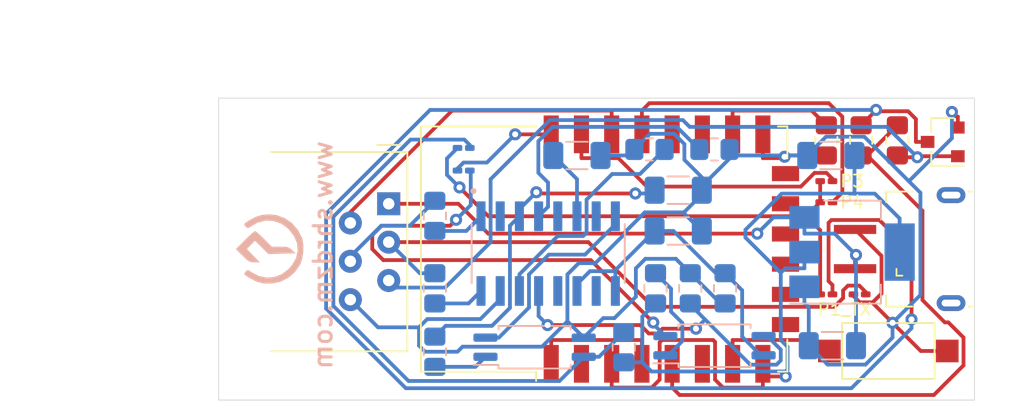
<source format=kicad_pcb>
(kicad_pcb (version 20171130) (host pcbnew "(5.1.9)-1")

  (general
    (thickness 1.6)
    (drawings 7)
    (tracks 345)
    (zones 0)
    (modules 33)
    (nets 45)
  )

  (page A4)
  (layers
    (0 F.Cu signal)
    (31 B.Cu signal)
    (32 B.Adhes user)
    (33 F.Adhes user)
    (34 B.Paste user)
    (35 F.Paste user)
    (36 B.SilkS user)
    (37 F.SilkS user)
    (38 B.Mask user)
    (39 F.Mask user)
    (40 Dwgs.User user)
    (41 Cmts.User user)
    (42 Eco1.User user)
    (43 Eco2.User user)
    (44 Edge.Cuts user)
    (45 Margin user)
    (46 B.CrtYd user)
    (47 F.CrtYd user)
    (48 B.Fab user)
    (49 F.Fab user)
  )

  (setup
    (last_trace_width 0.25)
    (trace_clearance 0.2)
    (zone_clearance 0.508)
    (zone_45_only no)
    (trace_min 0.2)
    (via_size 0.8)
    (via_drill 0.4)
    (via_min_size 0.4)
    (via_min_drill 0.3)
    (uvia_size 0.3)
    (uvia_drill 0.1)
    (uvias_allowed no)
    (uvia_min_size 0.2)
    (uvia_min_drill 0.1)
    (edge_width 0.05)
    (segment_width 0.2)
    (pcb_text_width 0.3)
    (pcb_text_size 1.5 1.5)
    (mod_edge_width 0.12)
    (mod_text_size 1 1)
    (mod_text_width 0.15)
    (pad_size 1.524 1.524)
    (pad_drill 0.762)
    (pad_to_mask_clearance 0)
    (aux_axis_origin 0 0)
    (visible_elements 7FFFFFFF)
    (pcbplotparams
      (layerselection 0x010fc_ffffffff)
      (usegerberextensions false)
      (usegerberattributes true)
      (usegerberadvancedattributes true)
      (creategerberjobfile true)
      (excludeedgelayer true)
      (linewidth 0.100000)
      (plotframeref false)
      (viasonmask false)
      (mode 1)
      (useauxorigin false)
      (hpglpennumber 1)
      (hpglpenspeed 20)
      (hpglpendiameter 15.000000)
      (psnegative false)
      (psa4output false)
      (plotreference true)
      (plotvalue true)
      (plotinvisibletext false)
      (padsonsilk false)
      (subtractmaskfromsilk false)
      (outputformat 1)
      (mirror false)
      (drillshape 1)
      (scaleselection 1)
      (outputdirectory ""))
  )

  (net 0 "")
  (net 1 +3V3)
  (net 2 GND)
  (net 3 +5V)
  (net 4 "Net-(C4-Pad1)")
  (net 5 /DATA)
  (net 6 "Net-(J2-Pad4)")
  (net 7 "Net-(J2-Pad3)")
  (net 8 /TRIGGER)
  (net 9 "Net-(Q1-Pad3)")
  (net 10 "Net-(R1-Pad2)")
  (net 11 "Net-(R1-Pad1)")
  (net 12 "Net-(R2-Pad2)")
  (net 13 "Net-(R3-Pad1)")
  (net 14 /UART_TX)
  (net 15 "Net-(R8-Pad1)")
  (net 16 "Net-(R12-Pad1)")
  (net 17 "Net-(SW1-Pad1)")
  (net 18 "Net-(U2-Pad1)")
  (net 19 "Net-(U2-Pad2)")
  (net 20 "Net-(U2-Pad6)")
  (net 21 "Net-(U2-Pad9)")
  (net 22 "Net-(U2-Pad10)")
  (net 23 "Net-(U2-Pad11)")
  (net 24 "Net-(U2-Pad12)")
  (net 25 "Net-(U2-Pad13)")
  (net 26 "Net-(U2-Pad14)")
  (net 27 "Net-(U2-Pad17)")
  (net 28 "Net-(U2-Pad18)")
  (net 29 "Net-(U3-Pad2)")
  (net 30 "Net-(U3-Pad5)")
  (net 31 "Net-(U3-Pad7)")
  (net 32 "Net-(U3-Pad10)")
  (net 33 "Net-(C3-Pad1)")
  (net 34 "Net-(C5-Pad1)")
  (net 35 /MBUS_TX)
  (net 36 "Net-(R10-Pad1)")
  (net 37 "Net-(R11-Pad1)")
  (net 38 "Net-(R14-Pad2)")
  (net 39 "Net-(R15-Pad1)")
  (net 40 "Net-(R16-Pad1)")
  (net 41 /UART_RXI)
  (net 42 /MBUS_RX)
  (net 43 "Net-(R18-Pad1)")
  (net 44 "Net-(U3-Pad12)")

  (net_class Default "This is the default net class."
    (clearance 0.2)
    (trace_width 0.25)
    (via_dia 0.8)
    (via_drill 0.4)
    (uvia_dia 0.3)
    (uvia_drill 0.1)
    (add_net +3V3)
    (add_net +5V)
    (add_net /DATA)
    (add_net /MBUS_RX)
    (add_net /MBUS_TX)
    (add_net /TRIGGER)
    (add_net /UART_RXI)
    (add_net /UART_TX)
    (add_net GND)
    (add_net "Net-(C3-Pad1)")
    (add_net "Net-(C4-Pad1)")
    (add_net "Net-(C5-Pad1)")
    (add_net "Net-(J2-Pad3)")
    (add_net "Net-(J2-Pad4)")
    (add_net "Net-(Q1-Pad3)")
    (add_net "Net-(R1-Pad1)")
    (add_net "Net-(R1-Pad2)")
    (add_net "Net-(R10-Pad1)")
    (add_net "Net-(R11-Pad1)")
    (add_net "Net-(R12-Pad1)")
    (add_net "Net-(R14-Pad2)")
    (add_net "Net-(R15-Pad1)")
    (add_net "Net-(R16-Pad1)")
    (add_net "Net-(R18-Pad1)")
    (add_net "Net-(R2-Pad2)")
    (add_net "Net-(R3-Pad1)")
    (add_net "Net-(R8-Pad1)")
    (add_net "Net-(SW1-Pad1)")
    (add_net "Net-(U2-Pad1)")
    (add_net "Net-(U2-Pad10)")
    (add_net "Net-(U2-Pad11)")
    (add_net "Net-(U2-Pad12)")
    (add_net "Net-(U2-Pad13)")
    (add_net "Net-(U2-Pad14)")
    (add_net "Net-(U2-Pad17)")
    (add_net "Net-(U2-Pad18)")
    (add_net "Net-(U2-Pad2)")
    (add_net "Net-(U2-Pad6)")
    (add_net "Net-(U2-Pad9)")
    (add_net "Net-(U3-Pad10)")
    (add_net "Net-(U3-Pad12)")
    (add_net "Net-(U3-Pad2)")
    (add_net "Net-(U3-Pad5)")
    (add_net "Net-(U3-Pad7)")
  )

  (module "SHRDZM:SHRDZM Symbol 5x5" (layer B.Cu) (tedit 0) (tstamp 6168CE28)
    (at 38.4 35 270)
    (fp_text reference G1 (at 0 0 90) (layer B.SilkS) hide
      (effects (font (size 1.524 1.524) (thickness 0.3)) (justify mirror))
    )
    (fp_text value LOGO (at 0.75 0 90) (layer B.SilkS) hide
      (effects (font (size 1.524 1.524) (thickness 0.3)) (justify mirror))
    )
    (fp_poly (pts (xy -1.506686 1.625883) (xy -1.503334 1.622852) (xy -1.398724 1.505223) (xy -1.412956 1.400282)
      (xy -1.469728 1.316374) (xy -1.75387 0.815712) (xy -1.886962 0.30033) (xy -1.870112 -0.211618)
      (xy -1.704429 -0.701978) (xy -1.391021 -1.152595) (xy -1.314082 -1.233002) (xy -0.864498 -1.5863)
      (xy -0.389162 -1.785985) (xy 0.097619 -1.832058) (xy 0.581538 -1.724518) (xy 1.048286 -1.463366)
      (xy 1.314081 -1.233002) (xy 1.655709 -0.792086) (xy 1.849824 -0.307945) (xy 1.895319 0.201268)
      (xy 1.791085 0.717399) (xy 1.536013 1.222293) (xy 1.469727 1.316374) (xy 1.392661 1.44994)
      (xy 1.429417 1.550408) (xy 1.503333 1.622852) (xy 1.595643 1.694892) (xy 1.669653 1.693628)
      (xy 1.758787 1.598696) (xy 1.896469 1.389728) (xy 1.903109 1.379261) (xy 2.154504 0.894106)
      (xy 2.275576 0.412973) (xy 2.281585 -0.121397) (xy 2.159228 -0.698) (xy 1.896881 -1.216996)
      (xy 1.509151 -1.656847) (xy 1.010647 -1.996013) (xy 1.009923 -1.996385) (xy 0.657971 -2.119791)
      (xy 0.226438 -2.189529) (xy -0.218985 -2.201228) (xy -0.612607 -2.150515) (xy -0.738348 -2.112708)
      (xy -1.277564 -1.834626) (xy -1.717995 -1.449179) (xy -2.044617 -0.977102) (xy -2.242407 -0.439127)
      (xy -2.297949 0.039688) (xy -2.260217 0.53047) (xy -2.125067 0.969971) (xy -1.902146 1.380781)
      (xy -1.762284 1.59393) (xy -1.672115 1.692258) (xy -1.598096 1.696122) (xy -1.506686 1.625883)) (layer B.SilkS) (width 0.01))
    (fp_poly (pts (xy 0.436196 1.825987) (xy 0.66022 1.596669) (xy 0.791224 1.429677) (xy 0.853769 1.280676)
      (xy 0.872417 1.105331) (xy 0.873125 1.037298) (xy 0.873125 0.680111) (xy 0.43736 1.110462)
      (xy 0.001596 1.540814) (xy -0.278011 1.269809) (xy -0.557617 0.998804) (xy 0.322975 0.108926)
      (xy 0.300394 -0.784464) (xy 0.277812 -1.677854) (xy 0.059531 -1.44974) (xy -0.057965 -1.309741)
      (xy -0.123848 -1.16476) (xy -0.15261 -0.9629) (xy -0.15875 -0.668051) (xy -0.15875 -0.114476)
      (xy -0.674688 0.396875) (xy -0.902046 0.630826) (xy -1.078259 0.828545) (xy -1.177694 0.960471)
      (xy -1.190625 0.991882) (xy -1.137382 1.079261) (xy -0.993484 1.249778) (xy -0.782674 1.476507)
      (xy -0.595679 1.666512) (xy -0.000732 2.257487) (xy 0.436196 1.825987)) (layer B.SilkS) (width 0.01))
  )

  (module ErichCollection:RJ12_Amphenol_54601_Reduced1 (layer F.Cu) (tedit 61682222) (tstamp 6167D5F2)
    (at 46.25 32 270)
    (descr "RJ12 connector  https://cdn.amphenol-icc.com/media/wysiwyg/files/drawing/c-bmj-0082.pdf")
    (tags "RJ12 connector")
    (path /616367B9)
    (fp_text reference J2 (at -1.67 -2.16 90) (layer F.SilkS) hide
      (effects (font (size 1 1) (thickness 0.15)))
    )
    (fp_text value RJ12 (at 3.54 18.3 90) (layer F.Fab) hide
      (effects (font (size 1 1) (thickness 0.15)))
    )
    (fp_text user %R (at 3.16 7.76 90) (layer F.Fab)
      (effects (font (size 1 1) (thickness 0.15)))
    )
    (fp_line (start -3.43 -1.23) (end 9.77 -1.23) (layer F.Fab) (width 0.1))
    (fp_line (start -4.04 -1.73) (end 10.38 -1.73) (layer F.CrtYd) (width 0.05))
    (fp_line (start 10.38 -1.73) (end 10.38 17.27) (layer F.CrtYd) (width 0.05))
    (fp_line (start 10.38 17.27) (end -4.04 17.27) (layer F.CrtYd) (width 0.05))
    (fp_line (start -4.04 17.27) (end -4.04 -1.73) (layer F.CrtYd) (width 0.05))
    (fp_line (start -3.43 -1.23) (end 9.77 -1.23) (layer F.SilkS) (width 0.12))
    (fp_line (start 9.77 -1.23) (end 9.77 7.79) (layer F.SilkS) (width 0.12))
    (fp_line (start -3.43 7.72) (end -3.43 7.79) (layer F.SilkS) (width 0.1))
    (fp_line (start -3.43 7.79) (end -3.43 -1.23) (layer F.SilkS) (width 0.12))
    (fp_line (start -3.9 0.77) (end -3.9 -0.76) (layer F.SilkS) (width 0.12))
    (fp_line (start -3.43 0.52) (end -2.93 0.02) (layer F.Fab) (width 0.1))
    (fp_line (start -2.93 0.02) (end -3.43 -0.48) (layer F.Fab) (width 0.1))
    (fp_line (start -3.43 -0.48) (end -3.43 -1.23) (layer F.Fab) (width 0.1))
    (pad 1 thru_hole rect (at 0 0 270) (size 1.52 1.52) (drill 0.76) (layers *.Cu *.Mask)
      (net 3 +5V))
    (pad "" np_thru_hole circle (at -1.91 8.89 270) (size 3.25 3.25) (drill 3.25) (layers *.Cu *.Mask))
    (pad 2 thru_hole circle (at 1.27 2.54 270) (size 1.52 1.52) (drill 0.76) (layers *.Cu *.Mask)
      (net 8 /TRIGGER))
    (pad 3 thru_hole circle (at 2.54 0 270) (size 1.52 1.52) (drill 0.76) (layers *.Cu *.Mask)
      (net 7 "Net-(J2-Pad3)"))
    (pad 4 thru_hole circle (at 3.81 2.54 270) (size 1.52 1.52) (drill 0.76) (layers *.Cu *.Mask)
      (net 6 "Net-(J2-Pad4)"))
    (pad 5 thru_hole circle (at 5.08 0 270) (size 1.52 1.52) (drill 0.76) (layers *.Cu *.Mask)
      (net 5 /DATA))
    (pad 6 thru_hole circle (at 6.35 2.54 270) (size 1.52 1.52) (drill 0.76) (layers *.Cu *.Mask)
      (net 2 GND))
    (pad "" np_thru_hole circle (at 8.25 8.89 270) (size 3.25 3.25) (drill 3.25) (layers *.Cu *.Mask))
    (model ${KISYS3DMOD}/Connector_RJ.3dshapes/RJ12_Amphenol_54601.wrl
      (at (xyz 0 0 0))
      (scale (xyz 1 1 1))
      (rotate (xyz 0 0 0))
    )
  )

  (module Resistor_SMD:R_0201_0603Metric_Pad0.64x0.40mm_HandSolder (layer F.Cu) (tedit 5F6BB9E0) (tstamp 6167E786)
    (at 75.2 31.9)
    (descr "Resistor SMD 0201 (0603 Metric), square (rectangular) end terminal, IPC_7351 nominal with elongated pad for handsoldering. (Body size source: https://www.vishay.com/docs/20052/crcw0201e3.pdf), generated with kicad-footprint-generator")
    (tags "resistor handsolder")
    (path /61466A9B)
    (attr smd)
    (fp_text reference R2 (at 0 -1.05) (layer F.SilkS) hide
      (effects (font (size 1 1) (thickness 0.15)))
    )
    (fp_text value P4 (at 1.7 0) (layer F.SilkS)
      (effects (font (size 0.8 0.8) (thickness 0.12)))
    )
    (fp_text user %R (at 0 -0.68) (layer F.Fab)
      (effects (font (size 0.25 0.25) (thickness 0.04)))
    )
    (fp_line (start -0.3 0.15) (end -0.3 -0.15) (layer F.Fab) (width 0.1))
    (fp_line (start -0.3 -0.15) (end 0.3 -0.15) (layer F.Fab) (width 0.1))
    (fp_line (start 0.3 -0.15) (end 0.3 0.15) (layer F.Fab) (width 0.1))
    (fp_line (start 0.3 0.15) (end -0.3 0.15) (layer F.Fab) (width 0.1))
    (fp_line (start -0.88 0.35) (end -0.88 -0.35) (layer F.CrtYd) (width 0.05))
    (fp_line (start -0.88 -0.35) (end 0.88 -0.35) (layer F.CrtYd) (width 0.05))
    (fp_line (start 0.88 -0.35) (end 0.88 0.35) (layer F.CrtYd) (width 0.05))
    (fp_line (start 0.88 0.35) (end -0.88 0.35) (layer F.CrtYd) (width 0.05))
    (pad 2 smd roundrect (at 0.4075 0) (size 0.635 0.4) (layers F.Cu F.Mask) (roundrect_rratio 0.25)
      (net 12 "Net-(R2-Pad2)"))
    (pad 1 smd roundrect (at -0.4075 0) (size 0.635 0.4) (layers F.Cu F.Mask) (roundrect_rratio 0.25)
      (net 11 "Net-(R1-Pad1)"))
    (pad "" smd roundrect (at 0.4325 0) (size 0.458 0.36) (layers F.Paste) (roundrect_rratio 0.25))
    (pad "" smd roundrect (at -0.4325 0) (size 0.458 0.36) (layers F.Paste) (roundrect_rratio 0.25))
    (model ${KISYS3DMOD}/Resistor_SMD.3dshapes/R_0201_0603Metric.wrl
      (at (xyz 0 0 0))
      (scale (xyz 1 1 1))
      (rotate (xyz 0 0 0))
    )
  )

  (module Resistor_SMD:R_0201_0603Metric_Pad0.64x0.40mm_HandSolder (layer F.Cu) (tedit 5F6BB9E0) (tstamp 6167E775)
    (at 75.2 30.5)
    (descr "Resistor SMD 0201 (0603 Metric), square (rectangular) end terminal, IPC_7351 nominal with elongated pad for handsoldering. (Body size source: https://www.vishay.com/docs/20052/crcw0201e3.pdf), generated with kicad-footprint-generator")
    (tags "resistor handsolder")
    (path /61465FC7)
    (attr smd)
    (fp_text reference R1 (at 0 -1.05) (layer F.SilkS) hide
      (effects (font (size 1 1) (thickness 0.15)))
    )
    (fp_text value P3 (at 1.7 0) (layer F.SilkS)
      (effects (font (size 0.8 0.8) (thickness 0.12)))
    )
    (fp_text user %R (at 0 -0.68) (layer F.Fab)
      (effects (font (size 0.25 0.25) (thickness 0.04)))
    )
    (fp_line (start -0.3 0.15) (end -0.3 -0.15) (layer F.Fab) (width 0.1))
    (fp_line (start -0.3 -0.15) (end 0.3 -0.15) (layer F.Fab) (width 0.1))
    (fp_line (start 0.3 -0.15) (end 0.3 0.15) (layer F.Fab) (width 0.1))
    (fp_line (start 0.3 0.15) (end -0.3 0.15) (layer F.Fab) (width 0.1))
    (fp_line (start -0.88 0.35) (end -0.88 -0.35) (layer F.CrtYd) (width 0.05))
    (fp_line (start -0.88 -0.35) (end 0.88 -0.35) (layer F.CrtYd) (width 0.05))
    (fp_line (start 0.88 -0.35) (end 0.88 0.35) (layer F.CrtYd) (width 0.05))
    (fp_line (start 0.88 0.35) (end -0.88 0.35) (layer F.CrtYd) (width 0.05))
    (pad 2 smd roundrect (at 0.4075 0) (size 0.635 0.4) (layers F.Cu F.Mask) (roundrect_rratio 0.25)
      (net 10 "Net-(R1-Pad2)"))
    (pad 1 smd roundrect (at -0.4075 0) (size 0.635 0.4) (layers F.Cu F.Mask) (roundrect_rratio 0.25)
      (net 11 "Net-(R1-Pad1)"))
    (pad "" smd roundrect (at 0.4325 0) (size 0.458 0.36) (layers F.Paste) (roundrect_rratio 0.25))
    (pad "" smd roundrect (at -0.4325 0) (size 0.458 0.36) (layers F.Paste) (roundrect_rratio 0.25))
    (model ${KISYS3DMOD}/Resistor_SMD.3dshapes/R_0201_0603Metric.wrl
      (at (xyz 0 0 0))
      (scale (xyz 1 1 1))
      (rotate (xyz 0 0 0))
    )
  )

  (module Package_SO:SOIC-4_4.55x2.6mm_P1.27mm (layer B.Cu) (tedit 5D9F72B1) (tstamp 6167D7FB)
    (at 67.8 41.4)
    (descr "SOIC, 4 Pin (https://toshiba.semicon-storage.com/info/docget.jsp?did=12884&prodName=TLP291), generated with kicad-footprint-generator ipc_gullwing_generator.py")
    (tags "SOIC SO")
    (path /6176F157)
    (attr smd)
    (fp_text reference U5 (at 0 2.25) (layer B.SilkS) hide
      (effects (font (size 1 1) (thickness 0.15)) (justify mirror))
    )
    (fp_text value EL357NC (at 0 -2.25) (layer B.Fab)
      (effects (font (size 1 1) (thickness 0.15)) (justify mirror))
    )
    (fp_text user %R (at 0 0) (layer B.Fab) hide
      (effects (font (size 1 1) (thickness 0.15)) (justify mirror))
    )
    (fp_line (start 0 -1.41) (end 2.385 -1.41) (layer B.SilkS) (width 0.12))
    (fp_line (start 2.385 -1.41) (end 2.385 -1.17) (layer B.SilkS) (width 0.12))
    (fp_line (start 0 -1.41) (end -2.385 -1.41) (layer B.SilkS) (width 0.12))
    (fp_line (start -2.385 -1.41) (end -2.385 -1.17) (layer B.SilkS) (width 0.12))
    (fp_line (start 0 1.41) (end 2.385 1.41) (layer B.SilkS) (width 0.12))
    (fp_line (start 2.385 1.41) (end 2.385 1.17) (layer B.SilkS) (width 0.12))
    (fp_line (start 0 1.41) (end -2.385 1.41) (layer B.SilkS) (width 0.12))
    (fp_line (start -2.385 1.41) (end -2.385 1.17) (layer B.SilkS) (width 0.12))
    (fp_line (start -2.385 1.17) (end -4.05 1.17) (layer B.SilkS) (width 0.12))
    (fp_line (start -1.625 1.3) (end 2.275 1.3) (layer B.Fab) (width 0.1))
    (fp_line (start 2.275 1.3) (end 2.275 -1.3) (layer B.Fab) (width 0.1))
    (fp_line (start 2.275 -1.3) (end -2.275 -1.3) (layer B.Fab) (width 0.1))
    (fp_line (start -2.275 -1.3) (end -2.275 0.65) (layer B.Fab) (width 0.1))
    (fp_line (start -2.275 0.65) (end -1.625 1.3) (layer B.Fab) (width 0.1))
    (fp_line (start -4.3 1.55) (end -4.3 -1.55) (layer B.CrtYd) (width 0.05))
    (fp_line (start -4.3 -1.55) (end 4.3 -1.55) (layer B.CrtYd) (width 0.05))
    (fp_line (start 4.3 -1.55) (end 4.3 1.55) (layer B.CrtYd) (width 0.05))
    (fp_line (start 4.3 1.55) (end -4.3 1.55) (layer B.CrtYd) (width 0.05))
    (pad 4 smd roundrect (at 3.25 0.635) (size 1.6 0.55) (layers B.Cu B.Paste B.Mask) (roundrect_rratio 0.25)
      (net 33 "Net-(C3-Pad1)"))
    (pad 3 smd roundrect (at 3.25 -0.635) (size 1.6 0.55) (layers B.Cu B.Paste B.Mask) (roundrect_rratio 0.25)
      (net 41 /UART_RXI))
    (pad 2 smd roundrect (at -3.25 -0.635) (size 1.6 0.55) (layers B.Cu B.Paste B.Mask) (roundrect_rratio 0.25)
      (net 42 /MBUS_RX))
    (pad 1 smd roundrect (at -3.25 0.635) (size 1.6 0.55) (layers B.Cu B.Paste B.Mask) (roundrect_rratio 0.25)
      (net 40 "Net-(R16-Pad1)"))
    (model ${KISYS3DMOD}/Package_SO.3dshapes/SOIC-4_4.55x2.6mm_P1.27mm.wrl
      (at (xyz 0 0 0))
      (scale (xyz 1 1 1))
      (rotate (xyz 0 0 0))
    )
  )

  (module Package_SO:SOIC-4_4.55x2.6mm_P1.27mm (layer B.Cu) (tedit 5D9F72B1) (tstamp 6167D7E0)
    (at 55.9 41.5)
    (descr "SOIC, 4 Pin (https://toshiba.semicon-storage.com/info/docget.jsp?did=12884&prodName=TLP291), generated with kicad-footprint-generator ipc_gullwing_generator.py")
    (tags "SOIC SO")
    (path /616F2A2C)
    (attr smd)
    (fp_text reference U4 (at 0 2.25) (layer B.SilkS) hide
      (effects (font (size 1 1) (thickness 0.15)) (justify mirror))
    )
    (fp_text value EL357NC (at 0 -2.25) (layer B.Fab)
      (effects (font (size 1 1) (thickness 0.15)) (justify mirror))
    )
    (fp_text user %R (at 0 0) (layer B.Fab) hide
      (effects (font (size 1 1) (thickness 0.15)) (justify mirror))
    )
    (fp_line (start 0 -1.41) (end 2.385 -1.41) (layer B.SilkS) (width 0.12))
    (fp_line (start 2.385 -1.41) (end 2.385 -1.17) (layer B.SilkS) (width 0.12))
    (fp_line (start 0 -1.41) (end -2.385 -1.41) (layer B.SilkS) (width 0.12))
    (fp_line (start -2.385 -1.41) (end -2.385 -1.17) (layer B.SilkS) (width 0.12))
    (fp_line (start 0 1.41) (end 2.385 1.41) (layer B.SilkS) (width 0.12))
    (fp_line (start 2.385 1.41) (end 2.385 1.17) (layer B.SilkS) (width 0.12))
    (fp_line (start 0 1.41) (end -2.385 1.41) (layer B.SilkS) (width 0.12))
    (fp_line (start -2.385 1.41) (end -2.385 1.17) (layer B.SilkS) (width 0.12))
    (fp_line (start -2.385 1.17) (end -4.05 1.17) (layer B.SilkS) (width 0.12))
    (fp_line (start -1.625 1.3) (end 2.275 1.3) (layer B.Fab) (width 0.1))
    (fp_line (start 2.275 1.3) (end 2.275 -1.3) (layer B.Fab) (width 0.1))
    (fp_line (start 2.275 -1.3) (end -2.275 -1.3) (layer B.Fab) (width 0.1))
    (fp_line (start -2.275 -1.3) (end -2.275 0.65) (layer B.Fab) (width 0.1))
    (fp_line (start -2.275 0.65) (end -1.625 1.3) (layer B.Fab) (width 0.1))
    (fp_line (start -4.3 1.55) (end -4.3 -1.55) (layer B.CrtYd) (width 0.05))
    (fp_line (start -4.3 -1.55) (end 4.3 -1.55) (layer B.CrtYd) (width 0.05))
    (fp_line (start 4.3 -1.55) (end 4.3 1.55) (layer B.CrtYd) (width 0.05))
    (fp_line (start 4.3 1.55) (end -4.3 1.55) (layer B.CrtYd) (width 0.05))
    (pad 4 smd roundrect (at 3.25 0.635) (size 1.6 0.55) (layers B.Cu B.Paste B.Mask) (roundrect_rratio 0.25)
      (net 35 /MBUS_TX))
    (pad 3 smd roundrect (at 3.25 -0.635) (size 1.6 0.55) (layers B.Cu B.Paste B.Mask) (roundrect_rratio 0.25)
      (net 2 GND))
    (pad 2 smd roundrect (at -3.25 -0.635) (size 1.6 0.55) (layers B.Cu B.Paste B.Mask) (roundrect_rratio 0.25)
      (net 14 /UART_TX))
    (pad 1 smd roundrect (at -3.25 0.635) (size 1.6 0.55) (layers B.Cu B.Paste B.Mask) (roundrect_rratio 0.25)
      (net 36 "Net-(R10-Pad1)"))
    (model ${KISYS3DMOD}/Package_SO.3dshapes/SOIC-4_4.55x2.6mm_P1.27mm.wrl
      (at (xyz 0 0 0))
      (scale (xyz 1 1 1))
      (rotate (xyz 0 0 0))
    )
  )

  (module TSS721ADR:SOIC127P600X175-16N (layer B.Cu) (tedit 61631C7A) (tstamp 6167D7C5)
    (at 56.8 35.3 270)
    (path /61633360)
    (fp_text reference U3 (at -0.795 6.035 90) (layer B.SilkS) hide
      (effects (font (size 1 1) (thickness 0.15)) (justify mirror))
    )
    (fp_text value TSS721ADR (at 8.095 -6.035 90) (layer B.Fab) hide
      (effects (font (size 1 1) (thickness 0.15)) (justify mirror))
    )
    (fp_circle (center -4.145 4.945) (end -4.045 4.945) (layer B.SilkS) (width 0.2))
    (fp_circle (center -4.145 4.945) (end -4.045 4.945) (layer B.Fab) (width 0.2))
    (fp_line (start -1.95 4.95) (end 1.95 4.95) (layer B.Fab) (width 0.127))
    (fp_line (start -1.95 -4.95) (end 1.95 -4.95) (layer B.Fab) (width 0.127))
    (fp_line (start -1.95 5.065) (end 1.95 5.065) (layer B.SilkS) (width 0.127))
    (fp_line (start -1.95 -5.065) (end 1.95 -5.065) (layer B.SilkS) (width 0.127))
    (fp_line (start -1.95 4.95) (end -1.95 -4.95) (layer B.Fab) (width 0.127))
    (fp_line (start 1.95 4.95) (end 1.95 -4.95) (layer B.Fab) (width 0.127))
    (fp_line (start -3.71 5.2) (end 3.71 5.2) (layer B.CrtYd) (width 0.05))
    (fp_line (start -3.71 -5.2) (end 3.71 -5.2) (layer B.CrtYd) (width 0.05))
    (fp_line (start -3.71 5.2) (end -3.71 -5.2) (layer B.CrtYd) (width 0.05))
    (fp_line (start 3.71 5.2) (end 3.71 -5.2) (layer B.CrtYd) (width 0.05))
    (pad 16 smd roundrect (at 2.475 4.445 270) (size 1.97 0.6) (layers B.Cu B.Paste B.Mask) (roundrect_rratio 0.07000000000000001)
      (net 37 "Net-(R11-Pad1)"))
    (pad 15 smd roundrect (at 2.475 3.175 270) (size 1.97 0.6) (layers B.Cu B.Paste B.Mask) (roundrect_rratio 0.07000000000000001)
      (net 2 GND))
    (pad 14 smd roundrect (at 2.475 1.905 270) (size 1.97 0.6) (layers B.Cu B.Paste B.Mask) (roundrect_rratio 0.07000000000000001)
      (net 38 "Net-(R14-Pad2)"))
    (pad 13 smd roundrect (at 2.475 0.635 270) (size 1.97 0.6) (layers B.Cu B.Paste B.Mask) (roundrect_rratio 0.07000000000000001)
      (net 41 /UART_RXI))
    (pad 12 smd roundrect (at 2.475 -0.635 270) (size 1.97 0.6) (layers B.Cu B.Paste B.Mask) (roundrect_rratio 0.07000000000000001)
      (net 44 "Net-(U3-Pad12)"))
    (pad 11 smd roundrect (at 2.475 -1.905 270) (size 1.97 0.6) (layers B.Cu B.Paste B.Mask) (roundrect_rratio 0.07000000000000001)
      (net 33 "Net-(C3-Pad1)"))
    (pad 10 smd roundrect (at 2.475 -3.175 270) (size 1.97 0.6) (layers B.Cu B.Paste B.Mask) (roundrect_rratio 0.07000000000000001)
      (net 32 "Net-(U3-Pad10)"))
    (pad 9 smd roundrect (at 2.475 -4.445 270) (size 1.97 0.6) (layers B.Cu B.Paste B.Mask) (roundrect_rratio 0.07000000000000001)
      (net 33 "Net-(C3-Pad1)"))
    (pad 8 smd roundrect (at -2.475 -4.445 270) (size 1.97 0.6) (layers B.Cu B.Paste B.Mask) (roundrect_rratio 0.07000000000000001)
      (net 14 /UART_TX))
    (pad 7 smd roundrect (at -2.475 -3.175 270) (size 1.97 0.6) (layers B.Cu B.Paste B.Mask) (roundrect_rratio 0.07000000000000001)
      (net 31 "Net-(U3-Pad7)"))
    (pad 6 smd roundrect (at -2.475 -1.905 270) (size 1.97 0.6) (layers B.Cu B.Paste B.Mask) (roundrect_rratio 0.07000000000000001)
      (net 34 "Net-(C5-Pad1)"))
    (pad 5 smd roundrect (at -2.475 -0.635 270) (size 1.97 0.6) (layers B.Cu B.Paste B.Mask) (roundrect_rratio 0.07000000000000001)
      (net 30 "Net-(U3-Pad5)"))
    (pad 4 smd roundrect (at -2.475 0.635 270) (size 1.97 0.6) (layers B.Cu B.Paste B.Mask) (roundrect_rratio 0.07000000000000001)
      (net 39 "Net-(R15-Pad1)"))
    (pad 3 smd roundrect (at -2.475 1.905 270) (size 1.97 0.6) (layers B.Cu B.Paste B.Mask) (roundrect_rratio 0.07000000000000001)
      (net 4 "Net-(C4-Pad1)"))
    (pad 2 smd roundrect (at -2.475 3.175 270) (size 1.97 0.6) (layers B.Cu B.Paste B.Mask) (roundrect_rratio 0.07000000000000001)
      (net 29 "Net-(U3-Pad2)"))
    (pad 1 smd roundrect (at -2.475 4.445 270) (size 1.97 0.6) (layers B.Cu B.Paste B.Mask) (roundrect_rratio 0.07000000000000001)
      (net 16 "Net-(R12-Pad1)"))
  )

  (module RF_Module:ESP-12E (layer F.Cu) (tedit 5A030172) (tstamp 6167D7A5)
    (at 60.5 35 90)
    (descr "Wi-Fi Module, http://wiki.ai-thinker.com/_media/esp8266/docs/aithinker_esp_12f_datasheet_en.pdf")
    (tags "Wi-Fi Module")
    (path /61460645)
    (attr smd)
    (fp_text reference U2 (at -10.56 -5.26 90) (layer F.SilkS) hide
      (effects (font (size 1 1) (thickness 0.15)))
    )
    (fp_text value ESP-12F (at -0.06 -12.78 90) (layer F.Fab) hide
      (effects (font (size 1 1) (thickness 0.15)))
    )
    (fp_text user %R (at 0.49 -0.8 90) (layer F.Fab) hide
      (effects (font (size 1 1) (thickness 0.15)))
    )
    (fp_text user "KEEP-OUT ZONE" (at 0.03 -9.55 270) (layer Cmts.User)
      (effects (font (size 1 1) (thickness 0.15)))
    )
    (fp_text user Antenna (at -0.06 -7 270) (layer Cmts.User)
      (effects (font (size 1 1) (thickness 0.15)))
    )
    (fp_line (start -8 -12) (end 8 -12) (layer F.Fab) (width 0.12))
    (fp_line (start 8 -12) (end 8 12) (layer F.Fab) (width 0.12))
    (fp_line (start 8 12) (end -8 12) (layer F.Fab) (width 0.12))
    (fp_line (start -8 12) (end -8 -3) (layer F.Fab) (width 0.12))
    (fp_line (start -8 -3) (end -7.5 -3.5) (layer F.Fab) (width 0.12))
    (fp_line (start -7.5 -3.5) (end -8 -4) (layer F.Fab) (width 0.12))
    (fp_line (start -8 -4) (end -8 -12) (layer F.Fab) (width 0.12))
    (fp_line (start -9.05 -12.2) (end 9.05 -12.2) (layer F.CrtYd) (width 0.05))
    (fp_line (start 9.05 -12.2) (end 9.05 13.1) (layer F.CrtYd) (width 0.05))
    (fp_line (start 9.05 13.1) (end -9.05 13.1) (layer F.CrtYd) (width 0.05))
    (fp_line (start -9.05 13.1) (end -9.05 -12.2) (layer F.CrtYd) (width 0.05))
    (fp_line (start -8.12 -12.12) (end 8.12 -12.12) (layer F.SilkS) (width 0.12))
    (fp_line (start 8.12 -12.12) (end 8.12 -4.5) (layer F.SilkS) (width 0.12))
    (fp_line (start 8.12 11.5) (end 8.12 12.12) (layer F.SilkS) (width 0.12))
    (fp_line (start 8.12 12.12) (end 6 12.12) (layer F.SilkS) (width 0.12))
    (fp_line (start -6 12.12) (end -8.12 12.12) (layer F.SilkS) (width 0.12))
    (fp_line (start -8.12 12.12) (end -8.12 11.5) (layer F.SilkS) (width 0.12))
    (fp_line (start -8.12 -4.5) (end -8.12 -12.12) (layer F.SilkS) (width 0.12))
    (fp_line (start -8.12 -4.5) (end -8.73 -4.5) (layer F.SilkS) (width 0.12))
    (fp_line (start -8.12 -12.12) (end 8.12 -12.12) (layer Dwgs.User) (width 0.12))
    (fp_line (start 8.12 -12.12) (end 8.12 -4.8) (layer Dwgs.User) (width 0.12))
    (fp_line (start 8.12 -4.8) (end -8.12 -4.8) (layer Dwgs.User) (width 0.12))
    (fp_line (start -8.12 -4.8) (end -8.12 -12.12) (layer Dwgs.User) (width 0.12))
    (fp_line (start -8.12 -9.12) (end -5.12 -12.12) (layer Dwgs.User) (width 0.12))
    (fp_line (start -8.12 -6.12) (end -2.12 -12.12) (layer Dwgs.User) (width 0.12))
    (fp_line (start -6.44 -4.8) (end 0.88 -12.12) (layer Dwgs.User) (width 0.12))
    (fp_line (start -3.44 -4.8) (end 3.88 -12.12) (layer Dwgs.User) (width 0.12))
    (fp_line (start -0.44 -4.8) (end 6.88 -12.12) (layer Dwgs.User) (width 0.12))
    (fp_line (start 2.56 -4.8) (end 8.12 -10.36) (layer Dwgs.User) (width 0.12))
    (fp_line (start 5.56 -4.8) (end 8.12 -7.36) (layer Dwgs.User) (width 0.12))
    (pad 22 smd rect (at 7.6 -3.5 90) (size 2.5 1) (layers F.Cu F.Paste F.Mask)
      (net 43 "Net-(R18-Pad1)"))
    (pad 21 smd rect (at 7.6 -1.5 90) (size 2.5 1) (layers F.Cu F.Paste F.Mask)
      (net 10 "Net-(R1-Pad2)"))
    (pad 20 smd rect (at 7.6 0.5 90) (size 2.5 1) (layers F.Cu F.Paste F.Mask)
      (net 8 /TRIGGER))
    (pad 19 smd rect (at 7.6 2.5 90) (size 2.5 1) (layers F.Cu F.Paste F.Mask)
      (net 12 "Net-(R2-Pad2)"))
    (pad 18 smd rect (at 7.6 4.5 90) (size 2.5 1) (layers F.Cu F.Paste F.Mask)
      (net 28 "Net-(U2-Pad18)"))
    (pad 17 smd rect (at 7.6 6.5 90) (size 2.5 1) (layers F.Cu F.Paste F.Mask)
      (net 27 "Net-(U2-Pad17)"))
    (pad 16 smd rect (at 7.6 8.5 90) (size 2.5 1) (layers F.Cu F.Paste F.Mask)
      (net 13 "Net-(R3-Pad1)"))
    (pad 15 smd rect (at 7.6 10.5 90) (size 2.5 1) (layers F.Cu F.Paste F.Mask)
      (net 2 GND))
    (pad 14 smd rect (at 5 12 90) (size 1 1.8) (layers F.Cu F.Paste F.Mask)
      (net 26 "Net-(U2-Pad14)"))
    (pad 13 smd rect (at 3 12 90) (size 1 1.8) (layers F.Cu F.Paste F.Mask)
      (net 25 "Net-(U2-Pad13)"))
    (pad 12 smd rect (at 1 12 90) (size 1 1.8) (layers F.Cu F.Paste F.Mask)
      (net 24 "Net-(U2-Pad12)"))
    (pad 11 smd rect (at -1 12 90) (size 1 1.8) (layers F.Cu F.Paste F.Mask)
      (net 23 "Net-(U2-Pad11)"))
    (pad 10 smd rect (at -3 12 90) (size 1 1.8) (layers F.Cu F.Paste F.Mask)
      (net 22 "Net-(U2-Pad10)"))
    (pad 9 smd rect (at -5 12 90) (size 1 1.8) (layers F.Cu F.Paste F.Mask)
      (net 21 "Net-(U2-Pad9)"))
    (pad 8 smd rect (at -7.6 10.5 90) (size 2.5 1) (layers F.Cu F.Paste F.Mask)
      (net 1 +3V3))
    (pad 7 smd rect (at -7.6 8.5 90) (size 2.5 1) (layers F.Cu F.Paste F.Mask)
      (net 17 "Net-(SW1-Pad1)"))
    (pad 6 smd rect (at -7.6 6.5 90) (size 2.5 1) (layers F.Cu F.Paste F.Mask)
      (net 20 "Net-(U2-Pad6)"))
    (pad 5 smd rect (at -7.6 4.5 90) (size 2.5 1) (layers F.Cu F.Paste F.Mask)
      (net 15 "Net-(R8-Pad1)"))
    (pad 4 smd rect (at -7.6 2.5 90) (size 2.5 1) (layers F.Cu F.Paste F.Mask)
      (net 18 "Net-(U2-Pad1)"))
    (pad 3 smd rect (at -7.6 0.5 90) (size 2.5 1) (layers F.Cu F.Paste F.Mask)
      (net 1 +3V3))
    (pad 2 smd rect (at -7.6 -1.5 90) (size 2.5 1) (layers F.Cu F.Paste F.Mask)
      (net 19 "Net-(U2-Pad2)"))
    (pad 1 smd rect (at -7.6 -3.5 90) (size 2.5 1) (layers F.Cu F.Paste F.Mask)
      (net 18 "Net-(U2-Pad1)"))
    (model ${KISYS3DMOD}/RF_Module.3dshapes/ESP-12E.wrl
      (at (xyz 0 0 0))
      (scale (xyz 1 1 1))
      (rotate (xyz 0 0 0))
    )
  )

  (module Package_TO_SOT_SMD:SOT-223-3_TabPin2 (layer B.Cu) (tedit 5A02FF57) (tstamp 6167D76A)
    (at 76.9 35.2)
    (descr "module CMS SOT223 4 pins")
    (tags "CMS SOT")
    (path /61462090)
    (attr smd)
    (fp_text reference U1 (at 0 4.5) (layer B.SilkS) hide
      (effects (font (size 1 1) (thickness 0.15)) (justify mirror))
    )
    (fp_text value AMS1117-3.3 (at 0 -4.5) (layer B.Fab) hide
      (effects (font (size 1 1) (thickness 0.15)) (justify mirror))
    )
    (fp_text user %R (at 0 0 -90) (layer B.Fab) hide
      (effects (font (size 0.8 0.8) (thickness 0.12)) (justify mirror))
    )
    (fp_line (start 1.91 -3.41) (end 1.91 -2.15) (layer B.SilkS) (width 0.12))
    (fp_line (start 1.91 3.41) (end 1.91 2.15) (layer B.SilkS) (width 0.12))
    (fp_line (start 4.4 3.6) (end -4.4 3.6) (layer B.CrtYd) (width 0.05))
    (fp_line (start 4.4 -3.6) (end 4.4 3.6) (layer B.CrtYd) (width 0.05))
    (fp_line (start -4.4 -3.6) (end 4.4 -3.6) (layer B.CrtYd) (width 0.05))
    (fp_line (start -4.4 3.6) (end -4.4 -3.6) (layer B.CrtYd) (width 0.05))
    (fp_line (start -1.85 2.35) (end -0.85 3.35) (layer B.Fab) (width 0.1))
    (fp_line (start -1.85 2.35) (end -1.85 -3.35) (layer B.Fab) (width 0.1))
    (fp_line (start -1.85 -3.41) (end 1.91 -3.41) (layer B.SilkS) (width 0.12))
    (fp_line (start -0.85 3.35) (end 1.85 3.35) (layer B.Fab) (width 0.1))
    (fp_line (start -4.1 3.41) (end 1.91 3.41) (layer B.SilkS) (width 0.12))
    (fp_line (start -1.85 -3.35) (end 1.85 -3.35) (layer B.Fab) (width 0.1))
    (fp_line (start 1.85 3.35) (end 1.85 -3.35) (layer B.Fab) (width 0.1))
    (pad 1 smd rect (at -3.15 2.3) (size 2 1.5) (layers B.Cu B.Paste B.Mask)
      (net 2 GND))
    (pad 3 smd rect (at -3.15 -2.3) (size 2 1.5) (layers B.Cu B.Paste B.Mask)
      (net 3 +5V))
    (pad 2 smd rect (at -3.15 0) (size 2 1.5) (layers B.Cu B.Paste B.Mask)
      (net 1 +3V3))
    (pad 2 smd rect (at 3.15 0) (size 2 3.8) (layers B.Cu B.Paste B.Mask)
      (net 1 +3V3))
    (model ${KISYS3DMOD}/Package_TO_SOT_SMD.3dshapes/SOT-223.wrl
      (at (xyz 0 0 0))
      (scale (xyz 1 1 1))
      (rotate (xyz 0 0 0))
    )
  )

  (module Button_Switch_SMD:SW_SPST_CK_RS282G05A3 (layer F.Cu) (tedit 5A7A67D2) (tstamp 6167D754)
    (at 79.3 41.75)
    (descr https://www.mouser.com/ds/2/60/RS-282G05A-SM_RT-1159762.pdf)
    (tags "SPST button tactile switch")
    (path /6146B626)
    (attr smd)
    (fp_text reference SW1 (at 0 0.05) (layer F.SilkS) hide
      (effects (font (size 1 1) (thickness 0.15)))
    )
    (fp_text value SW_Push (at -0.2 0.05) (layer F.Fab) hide
      (effects (font (size 1 1) (thickness 0.15)))
    )
    (fp_text user %R (at 0 -0.15) (layer F.Fab)
      (effects (font (size 1 1) (thickness 0.15)))
    )
    (fp_line (start -4.9 2.05) (end -4.9 -2.05) (layer F.CrtYd) (width 0.05))
    (fp_line (start 4.9 2.05) (end -4.9 2.05) (layer F.CrtYd) (width 0.05))
    (fp_line (start 4.9 -2.05) (end 4.9 2.05) (layer F.CrtYd) (width 0.05))
    (fp_line (start -4.9 -2.05) (end 4.9 -2.05) (layer F.CrtYd) (width 0.05))
    (fp_line (start -1.75 -1) (end 1.75 -1) (layer F.Fab) (width 0.1))
    (fp_line (start 1.75 -1) (end 1.75 1) (layer F.Fab) (width 0.1))
    (fp_line (start 1.75 1) (end -1.75 1) (layer F.Fab) (width 0.1))
    (fp_line (start -1.75 1) (end -1.75 -1) (layer F.Fab) (width 0.1))
    (fp_line (start -3.06 -1.85) (end 3.06 -1.85) (layer F.SilkS) (width 0.12))
    (fp_line (start 3.06 -1.85) (end 3.06 1.85) (layer F.SilkS) (width 0.12))
    (fp_line (start 3.06 1.85) (end -3.06 1.85) (layer F.SilkS) (width 0.12))
    (fp_line (start -3.06 1.85) (end -3.06 -1.85) (layer F.SilkS) (width 0.12))
    (fp_line (start -1.5 0.8) (end 1.5 0.8) (layer F.Fab) (width 0.1))
    (fp_line (start -1.5 -0.8) (end 1.5 -0.8) (layer F.Fab) (width 0.1))
    (fp_line (start 1.5 -0.8) (end 1.5 0.8) (layer F.Fab) (width 0.1))
    (fp_line (start -1.5 -0.8) (end -1.5 0.8) (layer F.Fab) (width 0.1))
    (fp_line (start -3 1.8) (end 3 1.8) (layer F.Fab) (width 0.1))
    (fp_line (start -3 -1.8) (end 3 -1.8) (layer F.Fab) (width 0.1))
    (fp_line (start -3 -1.8) (end -3 1.8) (layer F.Fab) (width 0.1))
    (fp_line (start 3 -1.8) (end 3 1.8) (layer F.Fab) (width 0.1))
    (pad 2 smd rect (at 3.9 0) (size 1.5 1.5) (layers F.Cu F.Paste F.Mask)
      (net 2 GND))
    (pad 1 smd rect (at -3.9 0) (size 1.5 1.5) (layers F.Cu F.Paste F.Mask)
      (net 17 "Net-(SW1-Pad1)"))
    (model ${KISYS3DMOD}/Button_Switch_SMD.3dshapes/SW_SPST_CK_RS282G05A3.wrl
      (at (xyz 0 0 0))
      (scale (xyz 1 1 1))
      (rotate (xyz 0 0 0))
    )
  )

  (module Resistor_SMD:R_0201_0603Metric_Pad0.64x0.40mm_HandSolder (layer B.Cu) (tedit 5F6BB9E0) (tstamp 6167D739)
    (at 51.2075 29.8)
    (descr "Resistor SMD 0201 (0603 Metric), square (rectangular) end terminal, IPC_7351 nominal with elongated pad for handsoldering. (Body size source: https://www.vishay.com/docs/20052/crcw0201e3.pdf), generated with kicad-footprint-generator")
    (tags "resistor handsolder")
    (path /61798BED)
    (attr smd)
    (fp_text reference R18 (at 0 1.05) (layer B.SilkS) hide
      (effects (font (size 1 1) (thickness 0.15)) (justify mirror))
    )
    (fp_text value M_RX (at 2.6925 -0.1) (layer B.Paste)
      (effects (font (size 0.8 0.8) (thickness 0.12)) (justify mirror))
    )
    (fp_text user %R (at 0 0.68) (layer B.Fab)
      (effects (font (size 0.25 0.25) (thickness 0.04)) (justify mirror))
    )
    (fp_line (start -0.3 -0.15) (end -0.3 0.15) (layer B.Fab) (width 0.1))
    (fp_line (start -0.3 0.15) (end 0.3 0.15) (layer B.Fab) (width 0.1))
    (fp_line (start 0.3 0.15) (end 0.3 -0.15) (layer B.Fab) (width 0.1))
    (fp_line (start 0.3 -0.15) (end -0.3 -0.15) (layer B.Fab) (width 0.1))
    (fp_line (start -0.88 -0.35) (end -0.88 0.35) (layer B.CrtYd) (width 0.05))
    (fp_line (start -0.88 0.35) (end 0.88 0.35) (layer B.CrtYd) (width 0.05))
    (fp_line (start 0.88 0.35) (end 0.88 -0.35) (layer B.CrtYd) (width 0.05))
    (fp_line (start 0.88 -0.35) (end -0.88 -0.35) (layer B.CrtYd) (width 0.05))
    (pad 2 smd roundrect (at 0.4075 0) (size 0.635 0.4) (layers B.Cu B.Mask) (roundrect_rratio 0.25)
      (net 42 /MBUS_RX))
    (pad 1 smd roundrect (at -0.4075 0) (size 0.635 0.4) (layers B.Cu B.Mask) (roundrect_rratio 0.25)
      (net 43 "Net-(R18-Pad1)"))
    (pad "" smd roundrect (at 0.4325 0) (size 0.458 0.36) (layers B.Paste) (roundrect_rratio 0.25))
    (pad "" smd roundrect (at -0.4325 0) (size 0.458 0.36) (layers B.Paste) (roundrect_rratio 0.25))
    (model ${KISYS3DMOD}/Resistor_SMD.3dshapes/R_0201_0603Metric.wrl
      (at (xyz 0 0 0))
      (scale (xyz 1 1 1))
      (rotate (xyz 0 0 0))
    )
  )

  (module Resistor_SMD:R_0805_2012Metric_Pad1.20x1.40mm_HandSolder (layer B.Cu) (tedit 5F68FEEE) (tstamp 6167D728)
    (at 66.2 37.6 270)
    (descr "Resistor SMD 0805 (2012 Metric), square (rectangular) end terminal, IPC_7351 nominal with elongated pad for handsoldering. (Body size source: IPC-SM-782 page 72, https://www.pcb-3d.com/wordpress/wp-content/uploads/ipc-sm-782a_amendment_1_and_2.pdf), generated with kicad-footprint-generator")
    (tags "resistor handsolder")
    (path /61789B8F)
    (attr smd)
    (fp_text reference R17 (at 0 1.65 90) (layer B.SilkS) hide
      (effects (font (size 1 1) (thickness 0.15)) (justify mirror))
    )
    (fp_text value 10k (at 0 -1.65 90) (layer B.Fab)
      (effects (font (size 1 1) (thickness 0.15)) (justify mirror))
    )
    (fp_text user %R (at 0 0 90) (layer B.Fab)
      (effects (font (size 0.5 0.5) (thickness 0.08)) (justify mirror))
    )
    (fp_line (start -1 -0.625) (end -1 0.625) (layer B.Fab) (width 0.1))
    (fp_line (start -1 0.625) (end 1 0.625) (layer B.Fab) (width 0.1))
    (fp_line (start 1 0.625) (end 1 -0.625) (layer B.Fab) (width 0.1))
    (fp_line (start 1 -0.625) (end -1 -0.625) (layer B.Fab) (width 0.1))
    (fp_line (start -0.227064 0.735) (end 0.227064 0.735) (layer B.SilkS) (width 0.12))
    (fp_line (start -0.227064 -0.735) (end 0.227064 -0.735) (layer B.SilkS) (width 0.12))
    (fp_line (start -1.85 -0.95) (end -1.85 0.95) (layer B.CrtYd) (width 0.05))
    (fp_line (start -1.85 0.95) (end 1.85 0.95) (layer B.CrtYd) (width 0.05))
    (fp_line (start 1.85 0.95) (end 1.85 -0.95) (layer B.CrtYd) (width 0.05))
    (fp_line (start 1.85 -0.95) (end -1.85 -0.95) (layer B.CrtYd) (width 0.05))
    (pad 2 smd roundrect (at 1 0 270) (size 1.2 1.4) (layers B.Cu B.Paste B.Mask) (roundrect_rratio 0.208333)
      (net 41 /UART_RXI))
    (pad 1 smd roundrect (at -1 0 270) (size 1.2 1.4) (layers B.Cu B.Paste B.Mask) (roundrect_rratio 0.208333)
      (net 2 GND))
    (model ${KISYS3DMOD}/Resistor_SMD.3dshapes/R_0805_2012Metric.wrl
      (at (xyz 0 0 0))
      (scale (xyz 1 1 1))
      (rotate (xyz 0 0 0))
    )
  )

  (module Resistor_SMD:R_0805_2012Metric_Pad1.20x1.40mm_HandSolder (layer B.Cu) (tedit 5F68FEEE) (tstamp 6167D717)
    (at 63.9 37.6 270)
    (descr "Resistor SMD 0805 (2012 Metric), square (rectangular) end terminal, IPC_7351 nominal with elongated pad for handsoldering. (Body size source: IPC-SM-782 page 72, https://www.pcb-3d.com/wordpress/wp-content/uploads/ipc-sm-782a_amendment_1_and_2.pdf), generated with kicad-footprint-generator")
    (tags "resistor handsolder")
    (path /61790C22)
    (attr smd)
    (fp_text reference R16 (at 0 1.65 270) (layer B.SilkS) hide
      (effects (font (size 1 1) (thickness 0.15)) (justify mirror))
    )
    (fp_text value 10k (at 0 -1.65 270) (layer B.Fab)
      (effects (font (size 1 1) (thickness 0.15)) (justify mirror))
    )
    (fp_text user %R (at 0 0 270) (layer B.Fab)
      (effects (font (size 0.5 0.5) (thickness 0.08)) (justify mirror))
    )
    (fp_line (start -1 -0.625) (end -1 0.625) (layer B.Fab) (width 0.1))
    (fp_line (start -1 0.625) (end 1 0.625) (layer B.Fab) (width 0.1))
    (fp_line (start 1 0.625) (end 1 -0.625) (layer B.Fab) (width 0.1))
    (fp_line (start 1 -0.625) (end -1 -0.625) (layer B.Fab) (width 0.1))
    (fp_line (start -0.227064 0.735) (end 0.227064 0.735) (layer B.SilkS) (width 0.12))
    (fp_line (start -0.227064 -0.735) (end 0.227064 -0.735) (layer B.SilkS) (width 0.12))
    (fp_line (start -1.85 -0.95) (end -1.85 0.95) (layer B.CrtYd) (width 0.05))
    (fp_line (start -1.85 0.95) (end 1.85 0.95) (layer B.CrtYd) (width 0.05))
    (fp_line (start 1.85 0.95) (end 1.85 -0.95) (layer B.CrtYd) (width 0.05))
    (fp_line (start 1.85 -0.95) (end -1.85 -0.95) (layer B.CrtYd) (width 0.05))
    (pad 2 smd roundrect (at 1 0 270) (size 1.2 1.4) (layers B.Cu B.Paste B.Mask) (roundrect_rratio 0.208333)
      (net 1 +3V3))
    (pad 1 smd roundrect (at -1 0 270) (size 1.2 1.4) (layers B.Cu B.Paste B.Mask) (roundrect_rratio 0.208333)
      (net 40 "Net-(R16-Pad1)"))
    (model ${KISYS3DMOD}/Resistor_SMD.3dshapes/R_0805_2012Metric.wrl
      (at (xyz 0 0 0))
      (scale (xyz 1 1 1))
      (rotate (xyz 0 0 0))
    )
  )

  (module Resistor_SMD:R_0805_2012Metric_Pad1.20x1.40mm_HandSolder (layer B.Cu) (tedit 5F68FEEE) (tstamp 6167D706)
    (at 67.8 28.4)
    (descr "Resistor SMD 0805 (2012 Metric), square (rectangular) end terminal, IPC_7351 nominal with elongated pad for handsoldering. (Body size source: IPC-SM-782 page 72, https://www.pcb-3d.com/wordpress/wp-content/uploads/ipc-sm-782a_amendment_1_and_2.pdf), generated with kicad-footprint-generator")
    (tags "resistor handsolder")
    (path /6173F40B)
    (attr smd)
    (fp_text reference R15 (at 0 1.65) (layer B.SilkS) hide
      (effects (font (size 1 1) (thickness 0.15)) (justify mirror))
    )
    (fp_text value 30k (at 0 -1.65) (layer B.Fab)
      (effects (font (size 1 1) (thickness 0.15)) (justify mirror))
    )
    (fp_text user %R (at 0 0) (layer B.Fab)
      (effects (font (size 0.5 0.5) (thickness 0.08)) (justify mirror))
    )
    (fp_line (start -1 -0.625) (end -1 0.625) (layer B.Fab) (width 0.1))
    (fp_line (start -1 0.625) (end 1 0.625) (layer B.Fab) (width 0.1))
    (fp_line (start 1 0.625) (end 1 -0.625) (layer B.Fab) (width 0.1))
    (fp_line (start 1 -0.625) (end -1 -0.625) (layer B.Fab) (width 0.1))
    (fp_line (start -0.227064 0.735) (end 0.227064 0.735) (layer B.SilkS) (width 0.12))
    (fp_line (start -0.227064 -0.735) (end 0.227064 -0.735) (layer B.SilkS) (width 0.12))
    (fp_line (start -1.85 -0.95) (end -1.85 0.95) (layer B.CrtYd) (width 0.05))
    (fp_line (start -1.85 0.95) (end 1.85 0.95) (layer B.CrtYd) (width 0.05))
    (fp_line (start 1.85 0.95) (end 1.85 -0.95) (layer B.CrtYd) (width 0.05))
    (fp_line (start 1.85 -0.95) (end -1.85 -0.95) (layer B.CrtYd) (width 0.05))
    (pad 2 smd roundrect (at 1 0) (size 1.2 1.4) (layers B.Cu B.Paste B.Mask) (roundrect_rratio 0.208333)
      (net 2 GND))
    (pad 1 smd roundrect (at -1 0) (size 1.2 1.4) (layers B.Cu B.Paste B.Mask) (roundrect_rratio 0.208333)
      (net 39 "Net-(R15-Pad1)"))
    (model ${KISYS3DMOD}/Resistor_SMD.3dshapes/R_0805_2012Metric.wrl
      (at (xyz 0 0 0))
      (scale (xyz 1 1 1))
      (rotate (xyz 0 0 0))
    )
  )

  (module Resistor_SMD:R_0805_2012Metric_Pad1.20x1.40mm_HandSolder (layer B.Cu) (tedit 5F68FEEE) (tstamp 6167D6F5)
    (at 63.5 28.4)
    (descr "Resistor SMD 0805 (2012 Metric), square (rectangular) end terminal, IPC_7351 nominal with elongated pad for handsoldering. (Body size source: IPC-SM-782 page 72, https://www.pcb-3d.com/wordpress/wp-content/uploads/ipc-sm-782a_amendment_1_and_2.pdf), generated with kicad-footprint-generator")
    (tags "resistor handsolder")
    (path /616FEF63)
    (attr smd)
    (fp_text reference R14 (at 0 1.65) (layer B.SilkS) hide
      (effects (font (size 1 1) (thickness 0.15)) (justify mirror))
    )
    (fp_text value 100k (at 0 -1.65) (layer B.Fab)
      (effects (font (size 1 1) (thickness 0.15)) (justify mirror))
    )
    (fp_text user %R (at 0 0) (layer B.Fab)
      (effects (font (size 0.5 0.5) (thickness 0.08)) (justify mirror))
    )
    (fp_line (start -1 -0.625) (end -1 0.625) (layer B.Fab) (width 0.1))
    (fp_line (start -1 0.625) (end 1 0.625) (layer B.Fab) (width 0.1))
    (fp_line (start 1 0.625) (end 1 -0.625) (layer B.Fab) (width 0.1))
    (fp_line (start 1 -0.625) (end -1 -0.625) (layer B.Fab) (width 0.1))
    (fp_line (start -0.227064 0.735) (end 0.227064 0.735) (layer B.SilkS) (width 0.12))
    (fp_line (start -0.227064 -0.735) (end 0.227064 -0.735) (layer B.SilkS) (width 0.12))
    (fp_line (start -1.85 -0.95) (end -1.85 0.95) (layer B.CrtYd) (width 0.05))
    (fp_line (start -1.85 0.95) (end 1.85 0.95) (layer B.CrtYd) (width 0.05))
    (fp_line (start 1.85 0.95) (end 1.85 -0.95) (layer B.CrtYd) (width 0.05))
    (fp_line (start 1.85 -0.95) (end -1.85 -0.95) (layer B.CrtYd) (width 0.05))
    (pad 2 smd roundrect (at 1 0) (size 1.2 1.4) (layers B.Cu B.Paste B.Mask) (roundrect_rratio 0.208333)
      (net 38 "Net-(R14-Pad2)"))
    (pad 1 smd roundrect (at -1 0) (size 1.2 1.4) (layers B.Cu B.Paste B.Mask) (roundrect_rratio 0.208333)
      (net 2 GND))
    (model ${KISYS3DMOD}/Resistor_SMD.3dshapes/R_0805_2012Metric.wrl
      (at (xyz 0 0 0))
      (scale (xyz 1 1 1))
      (rotate (xyz 0 0 0))
    )
  )

  (module Resistor_SMD:R_0201_0603Metric_Pad0.64x0.40mm_HandSolder (layer F.Cu) (tedit 5F6BB9E0) (tstamp 6167D6E4)
    (at 77.4 38)
    (descr "Resistor SMD 0201 (0603 Metric), square (rectangular) end terminal, IPC_7351 nominal with elongated pad for handsoldering. (Body size source: https://www.vishay.com/docs/20052/crcw0201e3.pdf), generated with kicad-footprint-generator")
    (tags "resistor handsolder")
    (path /616AFA1A)
    (attr smd)
    (fp_text reference R13 (at 0 -1.05) (layer F.SilkS) hide
      (effects (font (size 1 1) (thickness 0.15)))
    )
    (fp_text value 0 (at 0 1.05) (layer F.Fab)
      (effects (font (size 1 1) (thickness 0.15)))
    )
    (fp_text user %R (at 0 -0.68) (layer F.Fab)
      (effects (font (size 0.25 0.25) (thickness 0.04)))
    )
    (fp_line (start -0.3 0.15) (end -0.3 -0.15) (layer F.Fab) (width 0.1))
    (fp_line (start -0.3 -0.15) (end 0.3 -0.15) (layer F.Fab) (width 0.1))
    (fp_line (start 0.3 -0.15) (end 0.3 0.15) (layer F.Fab) (width 0.1))
    (fp_line (start 0.3 0.15) (end -0.3 0.15) (layer F.Fab) (width 0.1))
    (fp_line (start -0.88 0.35) (end -0.88 -0.35) (layer F.CrtYd) (width 0.05))
    (fp_line (start -0.88 -0.35) (end 0.88 -0.35) (layer F.CrtYd) (width 0.05))
    (fp_line (start 0.88 -0.35) (end 0.88 0.35) (layer F.CrtYd) (width 0.05))
    (fp_line (start 0.88 0.35) (end -0.88 0.35) (layer F.CrtYd) (width 0.05))
    (pad 2 smd roundrect (at 0.4075 0) (size 0.635 0.4) (layers F.Cu F.Mask) (roundrect_rratio 0.25)
      (net 7 "Net-(J2-Pad3)"))
    (pad 1 smd roundrect (at -0.4075 0) (size 0.635 0.4) (layers F.Cu F.Mask) (roundrect_rratio 0.25)
      (net 2 GND))
    (pad "" smd roundrect (at 0.4325 0) (size 0.458 0.36) (layers F.Paste) (roundrect_rratio 0.25))
    (pad "" smd roundrect (at -0.4325 0) (size 0.458 0.36) (layers F.Paste) (roundrect_rratio 0.25))
    (model ${KISYS3DMOD}/Resistor_SMD.3dshapes/R_0201_0603Metric.wrl
      (at (xyz 0 0 0))
      (scale (xyz 1 1 1))
      (rotate (xyz 0 0 0))
    )
  )

  (module Resistor_SMD:R_0805_2012Metric_Pad1.20x1.40mm_HandSolder (layer B.Cu) (tedit 5F68FEEE) (tstamp 6167D6D3)
    (at 49.3 32.8 90)
    (descr "Resistor SMD 0805 (2012 Metric), square (rectangular) end terminal, IPC_7351 nominal with elongated pad for handsoldering. (Body size source: IPC-SM-782 page 72, https://www.pcb-3d.com/wordpress/wp-content/uploads/ipc-sm-782a_amendment_1_and_2.pdf), generated with kicad-footprint-generator")
    (tags "resistor handsolder")
    (path /616F3954)
    (attr smd)
    (fp_text reference R12 (at 0 1.65 90) (layer B.SilkS) hide
      (effects (font (size 1 1) (thickness 0.15)) (justify mirror))
    )
    (fp_text value 220 (at 0 -1.65 90) (layer B.Fab)
      (effects (font (size 1 1) (thickness 0.15)) (justify mirror))
    )
    (fp_text user %R (at 0 0 90) (layer B.Fab)
      (effects (font (size 0.5 0.5) (thickness 0.08)) (justify mirror))
    )
    (fp_line (start -1 -0.625) (end -1 0.625) (layer B.Fab) (width 0.1))
    (fp_line (start -1 0.625) (end 1 0.625) (layer B.Fab) (width 0.1))
    (fp_line (start 1 0.625) (end 1 -0.625) (layer B.Fab) (width 0.1))
    (fp_line (start 1 -0.625) (end -1 -0.625) (layer B.Fab) (width 0.1))
    (fp_line (start -0.227064 0.735) (end 0.227064 0.735) (layer B.SilkS) (width 0.12))
    (fp_line (start -0.227064 -0.735) (end 0.227064 -0.735) (layer B.SilkS) (width 0.12))
    (fp_line (start -1.85 -0.95) (end -1.85 0.95) (layer B.CrtYd) (width 0.05))
    (fp_line (start -1.85 0.95) (end 1.85 0.95) (layer B.CrtYd) (width 0.05))
    (fp_line (start 1.85 0.95) (end 1.85 -0.95) (layer B.CrtYd) (width 0.05))
    (fp_line (start 1.85 -0.95) (end -1.85 -0.95) (layer B.CrtYd) (width 0.05))
    (pad 2 smd roundrect (at 1 0 90) (size 1.2 1.4) (layers B.Cu B.Paste B.Mask) (roundrect_rratio 0.208333)
      (net 6 "Net-(J2-Pad4)"))
    (pad 1 smd roundrect (at -1 0 90) (size 1.2 1.4) (layers B.Cu B.Paste B.Mask) (roundrect_rratio 0.208333)
      (net 16 "Net-(R12-Pad1)"))
    (model ${KISYS3DMOD}/Resistor_SMD.3dshapes/R_0805_2012Metric.wrl
      (at (xyz 0 0 0))
      (scale (xyz 1 1 1))
      (rotate (xyz 0 0 0))
    )
  )

  (module Resistor_SMD:R_0805_2012Metric_Pad1.20x1.40mm_HandSolder (layer B.Cu) (tedit 5F68FEEE) (tstamp 6167D6C2)
    (at 49.3 37.6 90)
    (descr "Resistor SMD 0805 (2012 Metric), square (rectangular) end terminal, IPC_7351 nominal with elongated pad for handsoldering. (Body size source: IPC-SM-782 page 72, https://www.pcb-3d.com/wordpress/wp-content/uploads/ipc-sm-782a_amendment_1_and_2.pdf), generated with kicad-footprint-generator")
    (tags "resistor handsolder")
    (path /616F3319)
    (attr smd)
    (fp_text reference R11 (at 0 1.65 90) (layer B.SilkS) hide
      (effects (font (size 1 1) (thickness 0.15)) (justify mirror))
    )
    (fp_text value 220 (at 0 -1.65 90) (layer B.Fab) hide
      (effects (font (size 1 1) (thickness 0.15)) (justify mirror))
    )
    (fp_text user %R (at 0 0 90) (layer B.Fab)
      (effects (font (size 0.5 0.5) (thickness 0.08)) (justify mirror))
    )
    (fp_line (start -1 -0.625) (end -1 0.625) (layer B.Fab) (width 0.1))
    (fp_line (start -1 0.625) (end 1 0.625) (layer B.Fab) (width 0.1))
    (fp_line (start 1 0.625) (end 1 -0.625) (layer B.Fab) (width 0.1))
    (fp_line (start 1 -0.625) (end -1 -0.625) (layer B.Fab) (width 0.1))
    (fp_line (start -0.227064 0.735) (end 0.227064 0.735) (layer B.SilkS) (width 0.12))
    (fp_line (start -0.227064 -0.735) (end 0.227064 -0.735) (layer B.SilkS) (width 0.12))
    (fp_line (start -1.85 -0.95) (end -1.85 0.95) (layer B.CrtYd) (width 0.05))
    (fp_line (start -1.85 0.95) (end 1.85 0.95) (layer B.CrtYd) (width 0.05))
    (fp_line (start 1.85 0.95) (end 1.85 -0.95) (layer B.CrtYd) (width 0.05))
    (fp_line (start 1.85 -0.95) (end -1.85 -0.95) (layer B.CrtYd) (width 0.05))
    (pad 2 smd roundrect (at 1 0 90) (size 1.2 1.4) (layers B.Cu B.Paste B.Mask) (roundrect_rratio 0.208333)
      (net 7 "Net-(J2-Pad3)"))
    (pad 1 smd roundrect (at -1 0 90) (size 1.2 1.4) (layers B.Cu B.Paste B.Mask) (roundrect_rratio 0.208333)
      (net 37 "Net-(R11-Pad1)"))
    (model ${KISYS3DMOD}/Resistor_SMD.3dshapes/R_0805_2012Metric.wrl
      (at (xyz 0 0 0))
      (scale (xyz 1 1 1))
      (rotate (xyz 0 0 0))
    )
  )

  (module Resistor_SMD:R_0805_2012Metric_Pad1.20x1.40mm_HandSolder (layer B.Cu) (tedit 5F68FEEE) (tstamp 6167D6B1)
    (at 49.3 41.8 90)
    (descr "Resistor SMD 0805 (2012 Metric), square (rectangular) end terminal, IPC_7351 nominal with elongated pad for handsoldering. (Body size source: IPC-SM-782 page 72, https://www.pcb-3d.com/wordpress/wp-content/uploads/ipc-sm-782a_amendment_1_and_2.pdf), generated with kicad-footprint-generator")
    (tags "resistor handsolder")
    (path /6170BFA8)
    (attr smd)
    (fp_text reference R10 (at 0 1.65 90) (layer B.SilkS) hide
      (effects (font (size 1 1) (thickness 0.15)) (justify mirror))
    )
    (fp_text value 1.5k (at 0 -1.65 90) (layer B.Fab)
      (effects (font (size 1 1) (thickness 0.15)) (justify mirror))
    )
    (fp_text user %R (at 0 0 90) (layer B.Fab)
      (effects (font (size 0.5 0.5) (thickness 0.08)) (justify mirror))
    )
    (fp_line (start -1 -0.625) (end -1 0.625) (layer B.Fab) (width 0.1))
    (fp_line (start -1 0.625) (end 1 0.625) (layer B.Fab) (width 0.1))
    (fp_line (start 1 0.625) (end 1 -0.625) (layer B.Fab) (width 0.1))
    (fp_line (start 1 -0.625) (end -1 -0.625) (layer B.Fab) (width 0.1))
    (fp_line (start -0.227064 0.735) (end 0.227064 0.735) (layer B.SilkS) (width 0.12))
    (fp_line (start -0.227064 -0.735) (end 0.227064 -0.735) (layer B.SilkS) (width 0.12))
    (fp_line (start -1.85 -0.95) (end -1.85 0.95) (layer B.CrtYd) (width 0.05))
    (fp_line (start -1.85 0.95) (end 1.85 0.95) (layer B.CrtYd) (width 0.05))
    (fp_line (start 1.85 0.95) (end 1.85 -0.95) (layer B.CrtYd) (width 0.05))
    (fp_line (start 1.85 -0.95) (end -1.85 -0.95) (layer B.CrtYd) (width 0.05))
    (pad 2 smd roundrect (at 1 0 90) (size 1.2 1.4) (layers B.Cu B.Paste B.Mask) (roundrect_rratio 0.208333)
      (net 4 "Net-(C4-Pad1)"))
    (pad 1 smd roundrect (at -1 0 90) (size 1.2 1.4) (layers B.Cu B.Paste B.Mask) (roundrect_rratio 0.208333)
      (net 36 "Net-(R10-Pad1)"))
    (model ${KISYS3DMOD}/Resistor_SMD.3dshapes/R_0805_2012Metric.wrl
      (at (xyz 0 0 0))
      (scale (xyz 1 1 1))
      (rotate (xyz 0 0 0))
    )
  )

  (module Resistor_SMD:R_0805_2012Metric_Pad1.20x1.40mm_HandSolder (layer F.Cu) (tedit 5F68FEEE) (tstamp 6167D6A0)
    (at 79.9 27.8 270)
    (descr "Resistor SMD 0805 (2012 Metric), square (rectangular) end terminal, IPC_7351 nominal with elongated pad for handsoldering. (Body size source: IPC-SM-782 page 72, https://www.pcb-3d.com/wordpress/wp-content/uploads/ipc-sm-782a_amendment_1_and_2.pdf), generated with kicad-footprint-generator")
    (tags "resistor handsolder")
    (path /616D8299)
    (attr smd)
    (fp_text reference R9 (at 0 -1.65 90) (layer F.SilkS) hide
      (effects (font (size 1 1) (thickness 0.15)))
    )
    (fp_text value 10k (at 0 1.65 90) (layer F.Fab)
      (effects (font (size 1 1) (thickness 0.15)))
    )
    (fp_text user %R (at 0 0 90) (layer F.Fab)
      (effects (font (size 0.5 0.5) (thickness 0.08)))
    )
    (fp_line (start -1 0.625) (end -1 -0.625) (layer F.Fab) (width 0.1))
    (fp_line (start -1 -0.625) (end 1 -0.625) (layer F.Fab) (width 0.1))
    (fp_line (start 1 -0.625) (end 1 0.625) (layer F.Fab) (width 0.1))
    (fp_line (start 1 0.625) (end -1 0.625) (layer F.Fab) (width 0.1))
    (fp_line (start -0.227064 -0.735) (end 0.227064 -0.735) (layer F.SilkS) (width 0.12))
    (fp_line (start -0.227064 0.735) (end 0.227064 0.735) (layer F.SilkS) (width 0.12))
    (fp_line (start -1.85 0.95) (end -1.85 -0.95) (layer F.CrtYd) (width 0.05))
    (fp_line (start -1.85 -0.95) (end 1.85 -0.95) (layer F.CrtYd) (width 0.05))
    (fp_line (start 1.85 -0.95) (end 1.85 0.95) (layer F.CrtYd) (width 0.05))
    (fp_line (start 1.85 0.95) (end -1.85 0.95) (layer F.CrtYd) (width 0.05))
    (pad 2 smd roundrect (at 1 0 270) (size 1.2 1.4) (layers F.Cu F.Paste F.Mask) (roundrect_rratio 0.208333)
      (net 5 /DATA))
    (pad 1 smd roundrect (at -1 0 270) (size 1.2 1.4) (layers F.Cu F.Paste F.Mask) (roundrect_rratio 0.208333)
      (net 15 "Net-(R8-Pad1)"))
    (model ${KISYS3DMOD}/Resistor_SMD.3dshapes/R_0805_2012Metric.wrl
      (at (xyz 0 0 0))
      (scale (xyz 1 1 1))
      (rotate (xyz 0 0 0))
    )
  )

  (module Resistor_SMD:R_0805_2012Metric_Pad1.20x1.40mm_HandSolder (layer F.Cu) (tedit 5F68FEEE) (tstamp 6167D68F)
    (at 77.5 27.8 90)
    (descr "Resistor SMD 0805 (2012 Metric), square (rectangular) end terminal, IPC_7351 nominal with elongated pad for handsoldering. (Body size source: IPC-SM-782 page 72, https://www.pcb-3d.com/wordpress/wp-content/uploads/ipc-sm-782a_amendment_1_and_2.pdf), generated with kicad-footprint-generator")
    (tags "resistor handsolder")
    (path /616D60F9)
    (attr smd)
    (fp_text reference R8 (at 0 -1.65 90) (layer F.SilkS) hide
      (effects (font (size 1 1) (thickness 0.15)))
    )
    (fp_text value 10k (at 0 1.65 90) (layer F.Fab) hide
      (effects (font (size 1 1) (thickness 0.15)))
    )
    (fp_text user %R (at 0 0 90) (layer F.Fab)
      (effects (font (size 0.5 0.5) (thickness 0.08)))
    )
    (fp_line (start -1 0.625) (end -1 -0.625) (layer F.Fab) (width 0.1))
    (fp_line (start -1 -0.625) (end 1 -0.625) (layer F.Fab) (width 0.1))
    (fp_line (start 1 -0.625) (end 1 0.625) (layer F.Fab) (width 0.1))
    (fp_line (start 1 0.625) (end -1 0.625) (layer F.Fab) (width 0.1))
    (fp_line (start -0.227064 -0.735) (end 0.227064 -0.735) (layer F.SilkS) (width 0.12))
    (fp_line (start -0.227064 0.735) (end 0.227064 0.735) (layer F.SilkS) (width 0.12))
    (fp_line (start -1.85 0.95) (end -1.85 -0.95) (layer F.CrtYd) (width 0.05))
    (fp_line (start -1.85 -0.95) (end 1.85 -0.95) (layer F.CrtYd) (width 0.05))
    (fp_line (start 1.85 -0.95) (end 1.85 0.95) (layer F.CrtYd) (width 0.05))
    (fp_line (start 1.85 0.95) (end -1.85 0.95) (layer F.CrtYd) (width 0.05))
    (pad 2 smd roundrect (at 1 0 90) (size 1.2 1.4) (layers F.Cu F.Paste F.Mask) (roundrect_rratio 0.208333)
      (net 9 "Net-(Q1-Pad3)"))
    (pad 1 smd roundrect (at -1 0 90) (size 1.2 1.4) (layers F.Cu F.Paste F.Mask) (roundrect_rratio 0.208333)
      (net 15 "Net-(R8-Pad1)"))
    (model ${KISYS3DMOD}/Resistor_SMD.3dshapes/R_0805_2012Metric.wrl
      (at (xyz 0 0 0))
      (scale (xyz 1 1 1))
      (rotate (xyz 0 0 0))
    )
  )

  (module Resistor_SMD:R_0201_0603Metric_Pad0.64x0.40mm_HandSolder (layer F.Cu) (tedit 5F6BB9E0) (tstamp 6167D67E)
    (at 75.2 38)
    (descr "Resistor SMD 0201 (0603 Metric), square (rectangular) end terminal, IPC_7351 nominal with elongated pad for handsoldering. (Body size source: https://www.vishay.com/docs/20052/crcw0201e3.pdf), generated with kicad-footprint-generator")
    (tags "resistor handsolder")
    (path /616D18A5)
    (attr smd)
    (fp_text reference R7 (at 0 -1.05) (layer F.SilkS) hide
      (effects (font (size 1 1) (thickness 0.15)))
    )
    (fp_text value P1_TX (at 1.2 1) (layer F.SilkS)
      (effects (font (size 0.8 0.8) (thickness 0.12)))
    )
    (fp_text user %R (at 0 -0.68) (layer F.Fab)
      (effects (font (size 0.25 0.25) (thickness 0.04)))
    )
    (fp_line (start -0.3 0.15) (end -0.3 -0.15) (layer F.Fab) (width 0.1))
    (fp_line (start -0.3 -0.15) (end 0.3 -0.15) (layer F.Fab) (width 0.1))
    (fp_line (start 0.3 -0.15) (end 0.3 0.15) (layer F.Fab) (width 0.1))
    (fp_line (start 0.3 0.15) (end -0.3 0.15) (layer F.Fab) (width 0.1))
    (fp_line (start -0.88 0.35) (end -0.88 -0.35) (layer F.CrtYd) (width 0.05))
    (fp_line (start -0.88 -0.35) (end 0.88 -0.35) (layer F.CrtYd) (width 0.05))
    (fp_line (start 0.88 -0.35) (end 0.88 0.35) (layer F.CrtYd) (width 0.05))
    (fp_line (start 0.88 0.35) (end -0.88 0.35) (layer F.CrtYd) (width 0.05))
    (pad 2 smd roundrect (at 0.4075 0) (size 0.635 0.4) (layers F.Cu F.Mask) (roundrect_rratio 0.25)
      (net 9 "Net-(Q1-Pad3)"))
    (pad 1 smd roundrect (at -0.4075 0) (size 0.635 0.4) (layers F.Cu F.Mask) (roundrect_rratio 0.25)
      (net 11 "Net-(R1-Pad1)"))
    (pad "" smd roundrect (at 0.4325 0) (size 0.458 0.36) (layers F.Paste) (roundrect_rratio 0.25))
    (pad "" smd roundrect (at -0.4325 0) (size 0.458 0.36) (layers F.Paste) (roundrect_rratio 0.25))
    (model ${KISYS3DMOD}/Resistor_SMD.3dshapes/R_0201_0603Metric.wrl
      (at (xyz 0 0 0))
      (scale (xyz 1 1 1))
      (rotate (xyz 0 0 0))
    )
  )

  (module Resistor_SMD:R_0201_0603Metric_Pad0.64x0.40mm_HandSolder (layer B.Cu) (tedit 5F6BB9E0) (tstamp 6167D66D)
    (at 51.2075 28.3)
    (descr "Resistor SMD 0201 (0603 Metric), square (rectangular) end terminal, IPC_7351 nominal with elongated pad for handsoldering. (Body size source: https://www.vishay.com/docs/20052/crcw0201e3.pdf), generated with kicad-footprint-generator")
    (tags "resistor handsolder")
    (path /616B520B)
    (attr smd)
    (fp_text reference R6 (at 0 1.05) (layer B.SilkS) hide
      (effects (font (size 1 1) (thickness 0.15)) (justify mirror))
    )
    (fp_text value M_TX (at 2.7925 0) (layer B.Paste)
      (effects (font (size 0.8 0.8) (thickness 0.12)) (justify mirror))
    )
    (fp_text user %R (at 0 0.68) (layer B.Fab) hide
      (effects (font (size 0.25 0.25) (thickness 0.04)) (justify mirror))
    )
    (fp_line (start -0.3 -0.15) (end -0.3 0.15) (layer B.Fab) (width 0.1))
    (fp_line (start -0.3 0.15) (end 0.3 0.15) (layer B.Fab) (width 0.1))
    (fp_line (start 0.3 0.15) (end 0.3 -0.15) (layer B.Fab) (width 0.1))
    (fp_line (start 0.3 -0.15) (end -0.3 -0.15) (layer B.Fab) (width 0.1))
    (fp_line (start -0.88 -0.35) (end -0.88 0.35) (layer B.CrtYd) (width 0.05))
    (fp_line (start -0.88 0.35) (end 0.88 0.35) (layer B.CrtYd) (width 0.05))
    (fp_line (start 0.88 0.35) (end 0.88 -0.35) (layer B.CrtYd) (width 0.05))
    (fp_line (start 0.88 -0.35) (end -0.88 -0.35) (layer B.CrtYd) (width 0.05))
    (pad 2 smd roundrect (at 0.4075 0) (size 0.635 0.4) (layers B.Cu B.Mask) (roundrect_rratio 0.25)
      (net 35 /MBUS_TX))
    (pad 1 smd roundrect (at -0.4075 0) (size 0.635 0.4) (layers B.Cu B.Mask) (roundrect_rratio 0.25)
      (net 11 "Net-(R1-Pad1)"))
    (pad "" smd roundrect (at 0.4325 0) (size 0.458 0.36) (layers B.Paste) (roundrect_rratio 0.25))
    (pad "" smd roundrect (at -0.4325 0) (size 0.458 0.36) (layers B.Paste) (roundrect_rratio 0.25))
    (model ${KISYS3DMOD}/Resistor_SMD.3dshapes/R_0201_0603Metric.wrl
      (at (xyz 0 0 0))
      (scale (xyz 1 1 1))
      (rotate (xyz 0 0 0))
    )
  )

  (module Resistor_SMD:R_0805_2012Metric_Pad1.20x1.40mm_HandSolder (layer B.Cu) (tedit 5F68FEEE) (tstamp 6167D65C)
    (at 61.8 41.5 270)
    (descr "Resistor SMD 0805 (2012 Metric), square (rectangular) end terminal, IPC_7351 nominal with elongated pad for handsoldering. (Body size source: IPC-SM-782 page 72, https://www.pcb-3d.com/wordpress/wp-content/uploads/ipc-sm-782a_amendment_1_and_2.pdf), generated with kicad-footprint-generator")
    (tags "resistor handsolder")
    (path /61747722)
    (attr smd)
    (fp_text reference R5 (at 0 1.65 90) (layer B.SilkS) hide
      (effects (font (size 1 1) (thickness 0.15)) (justify mirror))
    )
    (fp_text value 1.5k (at 0 -1.65 90) (layer B.Fab)
      (effects (font (size 1 1) (thickness 0.15)) (justify mirror))
    )
    (fp_text user %R (at 0 0 90) (layer B.Fab)
      (effects (font (size 0.5 0.5) (thickness 0.08)) (justify mirror))
    )
    (fp_line (start -1 -0.625) (end -1 0.625) (layer B.Fab) (width 0.1))
    (fp_line (start -1 0.625) (end 1 0.625) (layer B.Fab) (width 0.1))
    (fp_line (start 1 0.625) (end 1 -0.625) (layer B.Fab) (width 0.1))
    (fp_line (start 1 -0.625) (end -1 -0.625) (layer B.Fab) (width 0.1))
    (fp_line (start -0.227064 0.735) (end 0.227064 0.735) (layer B.SilkS) (width 0.12))
    (fp_line (start -0.227064 -0.735) (end 0.227064 -0.735) (layer B.SilkS) (width 0.12))
    (fp_line (start -1.85 -0.95) (end -1.85 0.95) (layer B.CrtYd) (width 0.05))
    (fp_line (start -1.85 0.95) (end 1.85 0.95) (layer B.CrtYd) (width 0.05))
    (fp_line (start 1.85 0.95) (end 1.85 -0.95) (layer B.CrtYd) (width 0.05))
    (fp_line (start 1.85 -0.95) (end -1.85 -0.95) (layer B.CrtYd) (width 0.05))
    (pad 2 smd roundrect (at 1 0 270) (size 1.2 1.4) (layers B.Cu B.Paste B.Mask) (roundrect_rratio 0.208333)
      (net 1 +3V3))
    (pad 1 smd roundrect (at -1 0 270) (size 1.2 1.4) (layers B.Cu B.Paste B.Mask) (roundrect_rratio 0.208333)
      (net 35 /MBUS_TX))
    (model ${KISYS3DMOD}/Resistor_SMD.3dshapes/R_0805_2012Metric.wrl
      (at (xyz 0 0 0))
      (scale (xyz 1 1 1))
      (rotate (xyz 0 0 0))
    )
  )

  (module Resistor_SMD:R_0805_2012Metric_Pad1.20x1.40mm_HandSolder (layer B.Cu) (tedit 5F68FEEE) (tstamp 6167D64B)
    (at 68.5 37.6 90)
    (descr "Resistor SMD 0805 (2012 Metric), square (rectangular) end terminal, IPC_7351 nominal with elongated pad for handsoldering. (Body size source: IPC-SM-782 page 72, https://www.pcb-3d.com/wordpress/wp-content/uploads/ipc-sm-782a_amendment_1_and_2.pdf), generated with kicad-footprint-generator")
    (tags "resistor handsolder")
    (path /616FAFE9)
    (attr smd)
    (fp_text reference R4 (at 0 1.65 90) (layer B.SilkS) hide
      (effects (font (size 1 1) (thickness 0.15)) (justify mirror))
    )
    (fp_text value 100k (at 0 -1.65 90) (layer B.Fab)
      (effects (font (size 1 1) (thickness 0.15)) (justify mirror))
    )
    (fp_text user %R (at 0 0 90) (layer B.Fab)
      (effects (font (size 0.5 0.5) (thickness 0.08)) (justify mirror))
    )
    (fp_line (start -1 -0.625) (end -1 0.625) (layer B.Fab) (width 0.1))
    (fp_line (start -1 0.625) (end 1 0.625) (layer B.Fab) (width 0.1))
    (fp_line (start 1 0.625) (end 1 -0.625) (layer B.Fab) (width 0.1))
    (fp_line (start 1 -0.625) (end -1 -0.625) (layer B.Fab) (width 0.1))
    (fp_line (start -0.227064 0.735) (end 0.227064 0.735) (layer B.SilkS) (width 0.12))
    (fp_line (start -0.227064 -0.735) (end 0.227064 -0.735) (layer B.SilkS) (width 0.12))
    (fp_line (start -1.85 -0.95) (end -1.85 0.95) (layer B.CrtYd) (width 0.05))
    (fp_line (start -1.85 0.95) (end 1.85 0.95) (layer B.CrtYd) (width 0.05))
    (fp_line (start 1.85 0.95) (end 1.85 -0.95) (layer B.CrtYd) (width 0.05))
    (fp_line (start 1.85 -0.95) (end -1.85 -0.95) (layer B.CrtYd) (width 0.05))
    (pad 2 smd roundrect (at 1 0 90) (size 1.2 1.4) (layers B.Cu B.Paste B.Mask) (roundrect_rratio 0.208333)
      (net 33 "Net-(C3-Pad1)"))
    (pad 1 smd roundrect (at -1 0 90) (size 1.2 1.4) (layers B.Cu B.Paste B.Mask) (roundrect_rratio 0.208333)
      (net 2 GND))
    (model ${KISYS3DMOD}/Resistor_SMD.3dshapes/R_0805_2012Metric.wrl
      (at (xyz 0 0 0))
      (scale (xyz 1 1 1))
      (rotate (xyz 0 0 0))
    )
  )

  (module Resistor_SMD:R_0805_2012Metric_Pad1.20x1.40mm_HandSolder (layer F.Cu) (tedit 5F68FEEE) (tstamp 6167D63A)
    (at 75.2 27.8 270)
    (descr "Resistor SMD 0805 (2012 Metric), square (rectangular) end terminal, IPC_7351 nominal with elongated pad for handsoldering. (Body size source: IPC-SM-782 page 72, https://www.pcb-3d.com/wordpress/wp-content/uploads/ipc-sm-782a_amendment_1_and_2.pdf), generated with kicad-footprint-generator")
    (tags "resistor handsolder")
    (path /61466CF6)
    (attr smd)
    (fp_text reference R3 (at 0 -1.65 90) (layer F.SilkS) hide
      (effects (font (size 1 1) (thickness 0.15)))
    )
    (fp_text value 2.2k (at 0 1.65 90) (layer F.Fab) hide
      (effects (font (size 1 1) (thickness 0.15)))
    )
    (fp_text user %R (at 0 0 90) (layer F.Fab)
      (effects (font (size 0.5 0.5) (thickness 0.08)))
    )
    (fp_line (start -1 0.625) (end -1 -0.625) (layer F.Fab) (width 0.1))
    (fp_line (start -1 -0.625) (end 1 -0.625) (layer F.Fab) (width 0.1))
    (fp_line (start 1 -0.625) (end 1 0.625) (layer F.Fab) (width 0.1))
    (fp_line (start 1 0.625) (end -1 0.625) (layer F.Fab) (width 0.1))
    (fp_line (start -0.227064 -0.735) (end 0.227064 -0.735) (layer F.SilkS) (width 0.12))
    (fp_line (start -0.227064 0.735) (end 0.227064 0.735) (layer F.SilkS) (width 0.12))
    (fp_line (start -1.85 0.95) (end -1.85 -0.95) (layer F.CrtYd) (width 0.05))
    (fp_line (start -1.85 -0.95) (end 1.85 -0.95) (layer F.CrtYd) (width 0.05))
    (fp_line (start 1.85 -0.95) (end 1.85 0.95) (layer F.CrtYd) (width 0.05))
    (fp_line (start 1.85 0.95) (end -1.85 0.95) (layer F.CrtYd) (width 0.05))
    (pad 2 smd roundrect (at 1 0 270) (size 1.2 1.4) (layers F.Cu F.Paste F.Mask) (roundrect_rratio 0.208333)
      (net 2 GND))
    (pad 1 smd roundrect (at -1 0 270) (size 1.2 1.4) (layers F.Cu F.Paste F.Mask) (roundrect_rratio 0.208333)
      (net 13 "Net-(R3-Pad1)"))
    (model ${KISYS3DMOD}/Resistor_SMD.3dshapes/R_0805_2012Metric.wrl
      (at (xyz 0 0 0))
      (scale (xyz 1 1 1))
      (rotate (xyz 0 0 0))
    )
  )

  (module Package_TO_SOT_SMD:SOT-23 (layer F.Cu) (tedit 5A02FF57) (tstamp 6167D607)
    (at 82.9 27.9 180)
    (descr "SOT-23, Standard")
    (tags SOT-23)
    (path /616B7812)
    (attr smd)
    (fp_text reference Q1 (at -2.9 1.7) (layer F.SilkS) hide
      (effects (font (size 1 1) (thickness 0.15)))
    )
    (fp_text value BC847 (at 0 2.5) (layer F.Fab) hide
      (effects (font (size 1 1) (thickness 0.15)))
    )
    (fp_text user %R (at 0 0 90) (layer F.Fab)
      (effects (font (size 0.5 0.5) (thickness 0.075)))
    )
    (fp_line (start -0.7 -0.95) (end -0.7 1.5) (layer F.Fab) (width 0.1))
    (fp_line (start -0.15 -1.52) (end 0.7 -1.52) (layer F.Fab) (width 0.1))
    (fp_line (start -0.7 -0.95) (end -0.15 -1.52) (layer F.Fab) (width 0.1))
    (fp_line (start 0.7 -1.52) (end 0.7 1.52) (layer F.Fab) (width 0.1))
    (fp_line (start -0.7 1.52) (end 0.7 1.52) (layer F.Fab) (width 0.1))
    (fp_line (start 0.76 1.58) (end 0.76 0.65) (layer F.SilkS) (width 0.12))
    (fp_line (start 0.76 -1.58) (end 0.76 -0.65) (layer F.SilkS) (width 0.12))
    (fp_line (start -1.7 -1.75) (end 1.7 -1.75) (layer F.CrtYd) (width 0.05))
    (fp_line (start 1.7 -1.75) (end 1.7 1.75) (layer F.CrtYd) (width 0.05))
    (fp_line (start 1.7 1.75) (end -1.7 1.75) (layer F.CrtYd) (width 0.05))
    (fp_line (start -1.7 1.75) (end -1.7 -1.75) (layer F.CrtYd) (width 0.05))
    (fp_line (start 0.76 -1.58) (end -1.4 -1.58) (layer F.SilkS) (width 0.12))
    (fp_line (start 0.76 1.58) (end -0.7 1.58) (layer F.SilkS) (width 0.12))
    (pad 3 smd rect (at 1 0 180) (size 0.9 0.8) (layers F.Cu F.Paste F.Mask)
      (net 9 "Net-(Q1-Pad3)"))
    (pad 2 smd rect (at -1 0.95 180) (size 0.9 0.8) (layers F.Cu F.Paste F.Mask)
      (net 2 GND))
    (pad 1 smd rect (at -1 -0.95 180) (size 0.9 0.8) (layers F.Cu F.Paste F.Mask)
      (net 5 /DATA))
    (model ${KISYS3DMOD}/Package_TO_SOT_SMD.3dshapes/SOT-23.wrl
      (at (xyz 0 0 0))
      (scale (xyz 1 1 1))
      (rotate (xyz 0 0 0))
    )
  )

  (module SHRDZM:USB_Micro-B_Power (layer F.Cu) (tedit 6055B067) (tstamp 6167D5D0)
    (at 82.25 35 90)
    (tags "Micro-USB Power")
    (path /614630D6)
    (attr smd)
    (fp_text reference J1 (at 0 0.85 90) (layer F.SilkS) hide
      (effects (font (size 1 1) (thickness 0.15)))
    )
    (fp_text value USB_B_Micro_Power (at 0 5.2 90) (layer F.Fab)
      (effects (font (size 1 1) (thickness 0.15)))
    )
    (fp_text user %R (at 0 0.85 90) (layer F.Fab)
      (effects (font (size 1 1) (thickness 0.15)))
    )
    (fp_line (start -1.1 -2.16) (end -1.1 -1.95) (layer F.Fab) (width 0.1))
    (fp_line (start -1.5 -2.16) (end -1.5 -1.95) (layer F.Fab) (width 0.1))
    (fp_line (start -1.5 -2.16) (end -1.1 -2.16) (layer F.Fab) (width 0.1))
    (fp_line (start -1.1 -1.95) (end -1.3 -1.75) (layer F.Fab) (width 0.1))
    (fp_line (start -1.3 -1.75) (end -1.5 -1.95) (layer F.Fab) (width 0.1))
    (fp_line (start -1.76 -2.41) (end -1.76 -2.02) (layer F.SilkS) (width 0.12))
    (fp_line (start -1.76 -2.41) (end -1.31 -2.41) (layer F.SilkS) (width 0.12))
    (fp_line (start 3.775 -3.1) (end 3.125 -3.1) (layer F.SilkS) (width 0.12))
    (fp_line (start 3.81 -1.37) (end 3.81 -3.1) (layer F.SilkS) (width 0.12))
    (fp_line (start -3.81 2.59) (end -3.81 2.38) (layer F.SilkS) (width 0.12))
    (fp_line (start -3.7 3.95) (end -3.7 -1.6) (layer F.Fab) (width 0.1))
    (fp_line (start -3.7 -1.6) (end 3.7 -1.6) (layer F.Fab) (width 0.1))
    (fp_line (start -3.7 3.95) (end 3.7 3.95) (layer F.Fab) (width 0.1))
    (fp_line (start -3 2.65) (end 3 2.65) (layer F.Fab) (width 0.1))
    (fp_line (start 3.7 3.95) (end 3.7 -1.6) (layer F.Fab) (width 0.1))
    (fp_line (start 3.81 2.59) (end 3.81 2.38) (layer F.SilkS) (width 0.12))
    (fp_line (start -3.81 -1.37) (end -3.81 -3.1) (layer F.SilkS) (width 0.12))
    (fp_line (start -3.7 -3.1) (end -3.04 -3.1) (layer F.SilkS) (width 0.12))
    (fp_line (start -4.6 4.45) (end -4.6 -2.65) (layer F.CrtYd) (width 0.05))
    (fp_line (start -4.6 -2.65) (end 4.6 -2.65) (layer F.CrtYd) (width 0.05))
    (fp_line (start 4.6 -2.65) (end 4.6 4.45) (layer F.CrtYd) (width 0.05))
    (fp_line (start -4.6 4.45) (end 4.6 4.45) (layer F.CrtYd) (width 0.05))
    (pad 1 smd rect (at -1.3 -5.15 90) (size 0.6 2.8) (layers F.Cu F.Paste F.Mask)
      (net 3 +5V))
    (pad 5 smd rect (at 1.3 -5.15 90) (size 0.6 2.8) (layers F.Cu F.Paste F.Mask)
      (net 2 GND))
    (pad "" thru_hole oval (at -3.575 1.2 270) (size 1.05 1.9) (drill oval 0.45 1.25) (layers *.Cu *.Mask))
    (pad "" thru_hole oval (at 3.575 1.2 90) (size 1.05 1.9) (drill oval 0.45 1.25) (layers *.Cu *.Mask))
    (model ${KISYS3DMOD}/Connector_USB.3dshapes/USB_Micro-B_GCT_USB3076-30-A.wrl
      (at (xyz 0 0 0))
      (scale (xyz 1 1 1))
      (rotate (xyz 0 0 0))
    )
  )

  (module Capacitor_SMD:C_1206_3216Metric_Pad1.33x1.80mm_HandSolder (layer B.Cu) (tedit 5F68FEEF) (tstamp 6167D5B1)
    (at 58.7 28.8)
    (descr "Capacitor SMD 1206 (3216 Metric), square (rectangular) end terminal, IPC_7351 nominal with elongated pad for handsoldering. (Body size source: IPC-SM-782 page 76, https://www.pcb-3d.com/wordpress/wp-content/uploads/ipc-sm-782a_amendment_1_and_2.pdf), generated with kicad-footprint-generator")
    (tags "capacitor handsolder")
    (path /61763C16)
    (attr smd)
    (fp_text reference C5 (at 0 1.85) (layer B.SilkS) hide
      (effects (font (size 1 1) (thickness 0.15)) (justify mirror))
    )
    (fp_text value 0.22uF (at 0 -1.85) (layer B.Fab)
      (effects (font (size 1 1) (thickness 0.15)) (justify mirror))
    )
    (fp_text user %R (at 0 0) (layer B.Fab)
      (effects (font (size 0.8 0.8) (thickness 0.12)) (justify mirror))
    )
    (fp_line (start -1.6 -0.8) (end -1.6 0.8) (layer B.Fab) (width 0.1))
    (fp_line (start -1.6 0.8) (end 1.6 0.8) (layer B.Fab) (width 0.1))
    (fp_line (start 1.6 0.8) (end 1.6 -0.8) (layer B.Fab) (width 0.1))
    (fp_line (start 1.6 -0.8) (end -1.6 -0.8) (layer B.Fab) (width 0.1))
    (fp_line (start -0.711252 0.91) (end 0.711252 0.91) (layer B.SilkS) (width 0.12))
    (fp_line (start -0.711252 -0.91) (end 0.711252 -0.91) (layer B.SilkS) (width 0.12))
    (fp_line (start -2.48 -1.15) (end -2.48 1.15) (layer B.CrtYd) (width 0.05))
    (fp_line (start -2.48 1.15) (end 2.48 1.15) (layer B.CrtYd) (width 0.05))
    (fp_line (start 2.48 1.15) (end 2.48 -1.15) (layer B.CrtYd) (width 0.05))
    (fp_line (start 2.48 -1.15) (end -2.48 -1.15) (layer B.CrtYd) (width 0.05))
    (pad 2 smd roundrect (at 1.5625 0) (size 1.325 1.8) (layers B.Cu B.Paste B.Mask) (roundrect_rratio 0.188679)
      (net 2 GND))
    (pad 1 smd roundrect (at -1.5625 0) (size 1.325 1.8) (layers B.Cu B.Paste B.Mask) (roundrect_rratio 0.188679)
      (net 34 "Net-(C5-Pad1)"))
    (model ${KISYS3DMOD}/Capacitor_SMD.3dshapes/C_1206_3216Metric.wrl
      (at (xyz 0 0 0))
      (scale (xyz 1 1 1))
      (rotate (xyz 0 0 0))
    )
  )

  (module Capacitor_SMD:C_1206_3216Metric_Pad1.33x1.80mm_HandSolder (layer B.Cu) (tedit 5F68FEEF) (tstamp 6167D5A0)
    (at 65.4 31.1)
    (descr "Capacitor SMD 1206 (3216 Metric), square (rectangular) end terminal, IPC_7351 nominal with elongated pad for handsoldering. (Body size source: IPC-SM-782 page 76, https://www.pcb-3d.com/wordpress/wp-content/uploads/ipc-sm-782a_amendment_1_and_2.pdf), generated with kicad-footprint-generator")
    (tags "capacitor handsolder")
    (path /617321CF)
    (attr smd)
    (fp_text reference C4 (at 0 1.85) (layer B.SilkS) hide
      (effects (font (size 1 1) (thickness 0.15)) (justify mirror))
    )
    (fp_text value 22uF (at 0 -1.85) (layer B.Fab) hide
      (effects (font (size 1 1) (thickness 0.15)) (justify mirror))
    )
    (fp_text user %R (at 0 0) (layer B.Fab) hide
      (effects (font (size 0.8 0.8) (thickness 0.12)) (justify mirror))
    )
    (fp_line (start -1.6 -0.8) (end -1.6 0.8) (layer B.Fab) (width 0.1))
    (fp_line (start -1.6 0.8) (end 1.6 0.8) (layer B.Fab) (width 0.1))
    (fp_line (start 1.6 0.8) (end 1.6 -0.8) (layer B.Fab) (width 0.1))
    (fp_line (start 1.6 -0.8) (end -1.6 -0.8) (layer B.Fab) (width 0.1))
    (fp_line (start -0.711252 0.91) (end 0.711252 0.91) (layer B.SilkS) (width 0.12))
    (fp_line (start -0.711252 -0.91) (end 0.711252 -0.91) (layer B.SilkS) (width 0.12))
    (fp_line (start -2.48 -1.15) (end -2.48 1.15) (layer B.CrtYd) (width 0.05))
    (fp_line (start -2.48 1.15) (end 2.48 1.15) (layer B.CrtYd) (width 0.05))
    (fp_line (start 2.48 1.15) (end 2.48 -1.15) (layer B.CrtYd) (width 0.05))
    (fp_line (start 2.48 -1.15) (end -2.48 -1.15) (layer B.CrtYd) (width 0.05))
    (pad 2 smd roundrect (at 1.5625 0) (size 1.325 1.8) (layers B.Cu B.Paste B.Mask) (roundrect_rratio 0.188679)
      (net 2 GND))
    (pad 1 smd roundrect (at -1.5625 0) (size 1.325 1.8) (layers B.Cu B.Paste B.Mask) (roundrect_rratio 0.188679)
      (net 4 "Net-(C4-Pad1)"))
    (model ${KISYS3DMOD}/Capacitor_SMD.3dshapes/C_1206_3216Metric.wrl
      (at (xyz 0 0 0))
      (scale (xyz 1 1 1))
      (rotate (xyz 0 0 0))
    )
  )

  (module Capacitor_SMD:C_1206_3216Metric_Pad1.33x1.80mm_HandSolder (layer B.Cu) (tedit 5F68FEEF) (tstamp 6167D58F)
    (at 65.4 33.8)
    (descr "Capacitor SMD 1206 (3216 Metric), square (rectangular) end terminal, IPC_7351 nominal with elongated pad for handsoldering. (Body size source: IPC-SM-782 page 76, https://www.pcb-3d.com/wordpress/wp-content/uploads/ipc-sm-782a_amendment_1_and_2.pdf), generated with kicad-footprint-generator")
    (tags "capacitor handsolder")
    (path /616F6BA5)
    (attr smd)
    (fp_text reference C3 (at 0 1.85) (layer B.SilkS) hide
      (effects (font (size 1 1) (thickness 0.15)) (justify mirror))
    )
    (fp_text value 0.1uF (at 0 -1.85) (layer B.Fab)
      (effects (font (size 1 1) (thickness 0.15)) (justify mirror))
    )
    (fp_text user %R (at 0 0) (layer B.Fab)
      (effects (font (size 0.8 0.8) (thickness 0.12)) (justify mirror))
    )
    (fp_line (start -1.6 -0.8) (end -1.6 0.8) (layer B.Fab) (width 0.1))
    (fp_line (start -1.6 0.8) (end 1.6 0.8) (layer B.Fab) (width 0.1))
    (fp_line (start 1.6 0.8) (end 1.6 -0.8) (layer B.Fab) (width 0.1))
    (fp_line (start 1.6 -0.8) (end -1.6 -0.8) (layer B.Fab) (width 0.1))
    (fp_line (start -0.711252 0.91) (end 0.711252 0.91) (layer B.SilkS) (width 0.12))
    (fp_line (start -0.711252 -0.91) (end 0.711252 -0.91) (layer B.SilkS) (width 0.12))
    (fp_line (start -2.48 -1.15) (end -2.48 1.15) (layer B.CrtYd) (width 0.05))
    (fp_line (start -2.48 1.15) (end 2.48 1.15) (layer B.CrtYd) (width 0.05))
    (fp_line (start 2.48 1.15) (end 2.48 -1.15) (layer B.CrtYd) (width 0.05))
    (fp_line (start 2.48 -1.15) (end -2.48 -1.15) (layer B.CrtYd) (width 0.05))
    (pad 2 smd roundrect (at 1.5625 0) (size 1.325 1.8) (layers B.Cu B.Paste B.Mask) (roundrect_rratio 0.188679)
      (net 2 GND))
    (pad 1 smd roundrect (at -1.5625 0) (size 1.325 1.8) (layers B.Cu B.Paste B.Mask) (roundrect_rratio 0.188679)
      (net 33 "Net-(C3-Pad1)"))
    (model ${KISYS3DMOD}/Capacitor_SMD.3dshapes/C_1206_3216Metric.wrl
      (at (xyz 0 0 0))
      (scale (xyz 1 1 1))
      (rotate (xyz 0 0 0))
    )
  )

  (module Capacitor_SMD:C_1206_3216Metric_Pad1.33x1.80mm_HandSolder (layer B.Cu) (tedit 5F68FEEF) (tstamp 6167D57E)
    (at 75.6 41.4 180)
    (descr "Capacitor SMD 1206 (3216 Metric), square (rectangular) end terminal, IPC_7351 nominal with elongated pad for handsoldering. (Body size source: IPC-SM-782 page 76, https://www.pcb-3d.com/wordpress/wp-content/uploads/ipc-sm-782a_amendment_1_and_2.pdf), generated with kicad-footprint-generator")
    (tags "capacitor handsolder")
    (path /61679AD8)
    (attr smd)
    (fp_text reference C2 (at 0 1.85) (layer B.SilkS) hide
      (effects (font (size 1 1) (thickness 0.15)) (justify mirror))
    )
    (fp_text value 22uF (at 0 -1.85) (layer B.Fab)
      (effects (font (size 1 1) (thickness 0.15)) (justify mirror))
    )
    (fp_text user %R (at 0 0) (layer B.Fab) hide
      (effects (font (size 0.8 0.8) (thickness 0.12)) (justify mirror))
    )
    (fp_line (start -1.6 -0.8) (end -1.6 0.8) (layer B.Fab) (width 0.1))
    (fp_line (start -1.6 0.8) (end 1.6 0.8) (layer B.Fab) (width 0.1))
    (fp_line (start 1.6 0.8) (end 1.6 -0.8) (layer B.Fab) (width 0.1))
    (fp_line (start 1.6 -0.8) (end -1.6 -0.8) (layer B.Fab) (width 0.1))
    (fp_line (start -0.711252 0.91) (end 0.711252 0.91) (layer B.SilkS) (width 0.12))
    (fp_line (start -0.711252 -0.91) (end 0.711252 -0.91) (layer B.SilkS) (width 0.12))
    (fp_line (start -2.48 -1.15) (end -2.48 1.15) (layer B.CrtYd) (width 0.05))
    (fp_line (start -2.48 1.15) (end 2.48 1.15) (layer B.CrtYd) (width 0.05))
    (fp_line (start 2.48 1.15) (end 2.48 -1.15) (layer B.CrtYd) (width 0.05))
    (fp_line (start 2.48 -1.15) (end -2.48 -1.15) (layer B.CrtYd) (width 0.05))
    (pad 2 smd roundrect (at 1.5625 0 180) (size 1.325 1.8) (layers B.Cu B.Paste B.Mask) (roundrect_rratio 0.188679)
      (net 2 GND))
    (pad 1 smd roundrect (at -1.5625 0 180) (size 1.325 1.8) (layers B.Cu B.Paste B.Mask) (roundrect_rratio 0.188679)
      (net 3 +5V))
    (model ${KISYS3DMOD}/Capacitor_SMD.3dshapes/C_1206_3216Metric.wrl
      (at (xyz 0 0 0))
      (scale (xyz 1 1 1))
      (rotate (xyz 0 0 0))
    )
  )

  (module Capacitor_SMD:C_1206_3216Metric_Pad1.33x1.80mm_HandSolder (layer B.Cu) (tedit 5F68FEEF) (tstamp 6167D56D)
    (at 75.5 28.8 180)
    (descr "Capacitor SMD 1206 (3216 Metric), square (rectangular) end terminal, IPC_7351 nominal with elongated pad for handsoldering. (Body size source: IPC-SM-782 page 76, https://www.pcb-3d.com/wordpress/wp-content/uploads/ipc-sm-782a_amendment_1_and_2.pdf), generated with kicad-footprint-generator")
    (tags "capacitor handsolder")
    (path /61461A3E)
    (attr smd)
    (fp_text reference C1 (at 0 1.85) (layer B.SilkS) hide
      (effects (font (size 1 1) (thickness 0.15)) (justify mirror))
    )
    (fp_text value 22uF (at 0 -1.85) (layer B.Fab)
      (effects (font (size 1 1) (thickness 0.15)) (justify mirror))
    )
    (fp_text user %R (at 0 0) (layer B.Fab)
      (effects (font (size 0.8 0.8) (thickness 0.12)) (justify mirror))
    )
    (fp_line (start -1.6 -0.8) (end -1.6 0.8) (layer B.Fab) (width 0.1))
    (fp_line (start -1.6 0.8) (end 1.6 0.8) (layer B.Fab) (width 0.1))
    (fp_line (start 1.6 0.8) (end 1.6 -0.8) (layer B.Fab) (width 0.1))
    (fp_line (start 1.6 -0.8) (end -1.6 -0.8) (layer B.Fab) (width 0.1))
    (fp_line (start -0.711252 0.91) (end 0.711252 0.91) (layer B.SilkS) (width 0.12))
    (fp_line (start -0.711252 -0.91) (end 0.711252 -0.91) (layer B.SilkS) (width 0.12))
    (fp_line (start -2.48 -1.15) (end -2.48 1.15) (layer B.CrtYd) (width 0.05))
    (fp_line (start -2.48 1.15) (end 2.48 1.15) (layer B.CrtYd) (width 0.05))
    (fp_line (start 2.48 1.15) (end 2.48 -1.15) (layer B.CrtYd) (width 0.05))
    (fp_line (start 2.48 -1.15) (end -2.48 -1.15) (layer B.CrtYd) (width 0.05))
    (pad 2 smd roundrect (at 1.5625 0 180) (size 1.325 1.8) (layers B.Cu B.Paste B.Mask) (roundrect_rratio 0.188679)
      (net 2 GND))
    (pad 1 smd roundrect (at -1.5625 0 180) (size 1.325 1.8) (layers B.Cu B.Paste B.Mask) (roundrect_rratio 0.188679)
      (net 1 +3V3))
    (model ${KISYS3DMOD}/Capacitor_SMD.3dshapes/C_1206_3216Metric.wrl
      (at (xyz 0 0 0))
      (scale (xyz 1 1 1))
      (rotate (xyz 0 0 0))
    )
  )

  (gr_text www.shrdzm.com (at 41.9 35.4 90) (layer B.SilkS)
    (effects (font (size 1.2 1.2) (thickness 0.2)) (justify mirror))
  )
  (gr_line (start 35 45) (end 35 25) (layer Edge.Cuts) (width 0.05) (tstamp 6165F03E))
  (gr_line (start 85 45) (end 35 45) (layer Edge.Cuts) (width 0.05))
  (gr_line (start 85 25) (end 85 45) (layer Edge.Cuts) (width 0.05))
  (gr_line (start 35 25) (end 85 25) (layer Edge.Cuts) (width 0.05))
  (dimension 20 (width 0.15) (layer Dwgs.User)
    (gr_text "20,000 mm" (at 24.2 35 270) (layer Dwgs.User)
      (effects (font (size 1 1) (thickness 0.15)))
    )
    (feature1 (pts (xy 35 45) (xy 24.913579 45)))
    (feature2 (pts (xy 35 25) (xy 24.913579 25)))
    (crossbar (pts (xy 25.5 25) (xy 25.5 45)))
    (arrow1a (pts (xy 25.5 45) (xy 24.913579 43.873496)))
    (arrow1b (pts (xy 25.5 45) (xy 26.086421 43.873496)))
    (arrow2a (pts (xy 25.5 25) (xy 24.913579 26.126504)))
    (arrow2b (pts (xy 25.5 25) (xy 26.086421 26.126504)))
  )
  (dimension 50 (width 0.15) (layer Dwgs.User)
    (gr_text "50,000 mm" (at 60 19.2) (layer Dwgs.User)
      (effects (font (size 1 1) (thickness 0.15)))
    )
    (feature1 (pts (xy 85 25) (xy 85 19.913579)))
    (feature2 (pts (xy 35 25) (xy 35 19.913579)))
    (crossbar (pts (xy 35 20.5) (xy 85 20.5)))
    (arrow1a (pts (xy 85 20.5) (xy 83.873496 21.086421)))
    (arrow1b (pts (xy 85 20.5) (xy 83.873496 19.913579)))
    (arrow2a (pts (xy 35 20.5) (xy 36.126504 21.086421)))
    (arrow2b (pts (xy 35 20.5) (xy 36.126504 19.913579)))
  )

  (segment (start 63.0243 42.5) (end 61.8 42.5) (width 0.25) (layer B.Cu) (net 1))
  (segment (start 72.508 43.1084) (end 63.6327 43.1084) (width 0.25) (layer B.Cu) (net 1))
  (segment (start 63.6327 43.1084) (end 63.0243 42.5) (width 0.25) (layer B.Cu) (net 1))
  (segment (start 63.9 38.6) (end 63.0243 39.4757) (width 0.25) (layer B.Cu) (net 1))
  (segment (start 63.0243 39.4757) (end 63.0243 42.5) (width 0.25) (layer B.Cu) (net 1))
  (segment (start 72.508 43.1084) (end 72.6358 42.9806) (width 0.25) (layer B.Cu) (net 1))
  (segment (start 72.6358 42.9806) (end 72.6358 41.4726) (width 0.25) (layer B.Cu) (net 1))
  (segment (start 72.6358 41.4726) (end 72.1855 41.0223) (width 0.25) (layer B.Cu) (net 1))
  (segment (start 72.1855 41.0223) (end 72.1855 36.5714) (width 0.25) (layer B.Cu) (net 1))
  (segment (start 72.508 43.1084) (end 72.508 43.4367) (width 0.25) (layer B.Cu) (net 1))
  (segment (start 71 43.4367) (end 71 44.1753) (width 0.25) (layer F.Cu) (net 1))
  (segment (start 71 42.6) (end 71 43.4367) (width 0.25) (layer F.Cu) (net 1))
  (segment (start 72.508 43.4367) (end 71 43.4367) (width 0.25) (layer F.Cu) (net 1))
  (segment (start 71 44.1753) (end 68.3652 44.1753) (width 0.25) (layer F.Cu) (net 1))
  (segment (start 68.3652 44.1753) (end 67.8382 43.6483) (width 0.25) (layer F.Cu) (net 1))
  (segment (start 67.8382 43.6483) (end 67.8382 41.1507) (width 0.25) (layer F.Cu) (net 1))
  (segment (start 67.8382 41.1507) (end 67.7122 41.0247) (width 0.25) (layer F.Cu) (net 1))
  (segment (start 67.7122 41.0247) (end 64.3209 41.0247) (width 0.25) (layer F.Cu) (net 1))
  (segment (start 64.3209 41.0247) (end 64.1746 41.171) (width 0.25) (layer F.Cu) (net 1))
  (segment (start 64.1746 41.171) (end 64.1746 43.6486) (width 0.25) (layer F.Cu) (net 1))
  (segment (start 64.1746 43.6486) (end 63.6479 44.1753) (width 0.25) (layer F.Cu) (net 1))
  (segment (start 63.6479 44.1753) (end 61 44.1753) (width 0.25) (layer F.Cu) (net 1))
  (segment (start 72.1855 36.5714) (end 72.4816 36.2753) (width 0.25) (layer B.Cu) (net 1))
  (segment (start 72.4816 36.2753) (end 73.75 36.2753) (width 0.25) (layer B.Cu) (net 1))
  (segment (start 77.0625 31.3263) (end 72.2456 31.3263) (width 0.25) (layer B.Cu) (net 1))
  (segment (start 72.2456 31.3263) (end 69.847 33.7249) (width 0.25) (layer B.Cu) (net 1))
  (segment (start 69.847 33.7249) (end 69.847 34.2329) (width 0.25) (layer B.Cu) (net 1))
  (segment (start 69.847 34.2329) (end 72.1855 36.5714) (width 0.25) (layer B.Cu) (net 1))
  (segment (start 80.05 32.9747) (end 78.4016 31.3263) (width 0.25) (layer B.Cu) (net 1))
  (segment (start 78.4016 31.3263) (end 77.0625 31.3263) (width 0.25) (layer B.Cu) (net 1))
  (segment (start 77.0625 28.8) (end 77.0625 31.3263) (width 0.25) (layer B.Cu) (net 1))
  (segment (start 61 42.6) (end 61 44.1753) (width 0.25) (layer F.Cu) (net 1))
  (segment (start 73.75 35.2) (end 73.75 36.2753) (width 0.25) (layer B.Cu) (net 1))
  (segment (start 80.05 35.2) (end 80.05 32.9747) (width 0.25) (layer B.Cu) (net 1))
  (via (at 72.508 43.4367) (size 0.8) (layers F.Cu B.Cu) (net 1))
  (segment (start 67.2618 30.5382) (end 65.8093 29.0857) (width 0.25) (layer B.Cu) (net 2))
  (segment (start 65.8093 29.0857) (end 65.8093 28.0462) (width 0.25) (layer B.Cu) (net 2))
  (segment (start 65.8093 28.0462) (end 65.1279 27.3648) (width 0.25) (layer B.Cu) (net 2))
  (segment (start 65.1279 27.3648) (end 63.5352 27.3648) (width 0.25) (layer B.Cu) (net 2))
  (segment (start 63.5352 27.3648) (end 62.5 28.4) (width 0.25) (layer B.Cu) (net 2))
  (segment (start 66.9625 31.1) (end 67.2618 30.8007) (width 0.25) (layer B.Cu) (net 2))
  (segment (start 67.2618 30.8007) (end 67.2618 30.5382) (width 0.25) (layer B.Cu) (net 2))
  (segment (start 69 28.8) (end 67.2618 30.5382) (width 0.25) (layer B.Cu) (net 2))
  (segment (start 68.8 28.4) (end 69 28.6) (width 0.25) (layer B.Cu) (net 2))
  (segment (start 69 28.6) (end 69 28.8) (width 0.25) (layer B.Cu) (net 2))
  (segment (start 72.437 28.8) (end 69 28.8) (width 0.25) (layer B.Cu) (net 2))
  (segment (start 48.2544 40.182) (end 48.8008 39.6356) (width 0.25) (layer B.Cu) (net 2))
  (segment (start 48.8008 39.6356) (end 52.3146 39.6356) (width 0.25) (layer B.Cu) (net 2))
  (segment (start 52.3146 39.6356) (end 53.625 38.3252) (width 0.25) (layer B.Cu) (net 2))
  (segment (start 53.625 38.3252) (end 53.625 37.775) (width 0.25) (layer B.Cu) (net 2))
  (segment (start 58.0702 39.7852) (end 56.3895 41.4659) (width 0.25) (layer B.Cu) (net 2))
  (segment (start 56.3895 41.4659) (end 51.1321 41.4659) (width 0.25) (layer B.Cu) (net 2))
  (segment (start 51.1321 41.4659) (end 50.798 41.8) (width 0.25) (layer B.Cu) (net 2))
  (segment (start 50.798 41.8) (end 48.6589 41.8) (width 0.25) (layer B.Cu) (net 2))
  (segment (start 48.6589 41.8) (end 48.2544 41.3955) (width 0.25) (layer B.Cu) (net 2))
  (segment (start 48.2544 41.3955) (end 48.2544 40.182) (width 0.25) (layer B.Cu) (net 2))
  (segment (start 48.2544 40.182) (end 45.542 40.182) (width 0.25) (layer B.Cu) (net 2))
  (segment (start 45.542 40.182) (end 43.71 38.35) (width 0.25) (layer B.Cu) (net 2))
  (segment (start 58.0702 39.7852) (end 59.15 40.865) (width 0.25) (layer B.Cu) (net 2))
  (segment (start 65.7831 32.5671) (end 63.1899 32.5671) (width 0.25) (layer B.Cu) (net 2))
  (segment (start 63.1899 32.5671) (end 61.8705 33.8865) (width 0.25) (layer B.Cu) (net 2))
  (segment (start 61.8705 33.8865) (end 61.8705 33.9854) (width 0.25) (layer B.Cu) (net 2))
  (segment (start 61.8705 33.9854) (end 59.9232 35.9327) (width 0.25) (layer B.Cu) (net 2))
  (segment (start 59.9232 35.9327) (end 58.8176 35.9327) (width 0.25) (layer B.Cu) (net 2))
  (segment (start 58.8176 35.9327) (end 58.0702 36.6801) (width 0.25) (layer B.Cu) (net 2))
  (segment (start 58.0702 36.6801) (end 58.0702 39.7852) (width 0.25) (layer B.Cu) (net 2))
  (segment (start 83.9 26.95) (end 83.9 26.2247) (width 0.25) (layer F.Cu) (net 2))
  (segment (start 80.6598 30.5056) (end 81.4253 31.2712) (width 0.25) (layer B.Cu) (net 2))
  (segment (start 81.4253 31.2712) (end 81.4253 38.0376) (width 0.25) (layer B.Cu) (net 2))
  (segment (start 81.4253 38.0376) (end 79.5799 39.883) (width 0.25) (layer B.Cu) (net 2))
  (segment (start 73.9375 28.8) (end 75.181 27.5565) (width 0.25) (layer B.Cu) (net 2))
  (segment (start 75.181 27.5565) (end 77.7106 27.5565) (width 0.25) (layer B.Cu) (net 2))
  (segment (start 77.7106 27.5565) (end 80.6598 30.5056) (width 0.25) (layer B.Cu) (net 2))
  (segment (start 80.6598 30.5056) (end 83.5075 27.6579) (width 0.25) (layer B.Cu) (net 2))
  (segment (start 83.5075 27.6579) (end 83.5075 25.9188) (width 0.25) (layer B.Cu) (net 2))
  (segment (start 83.9 26.2247) (end 83.8134 26.2247) (width 0.25) (layer F.Cu) (net 2))
  (segment (start 83.8134 26.2247) (end 83.5075 25.9188) (width 0.25) (layer F.Cu) (net 2))
  (segment (start 72.437 28.8) (end 73.9375 28.8) (width 0.25) (layer B.Cu) (net 2))
  (segment (start 78.2674 38.5258) (end 78.8505 37.9427) (width 0.25) (layer F.Cu) (net 2))
  (segment (start 78.8505 37.9427) (end 78.8505 35.4505) (width 0.25) (layer F.Cu) (net 2))
  (segment (start 78.8505 35.4505) (end 77.1 33.7) (width 0.25) (layer F.Cu) (net 2))
  (segment (start 78.2674 38.5258) (end 77.4105 38.5258) (width 0.25) (layer F.Cu) (net 2))
  (segment (start 77.4105 38.5258) (end 76.9925 38.1078) (width 0.25) (layer F.Cu) (net 2))
  (segment (start 76.9925 38.1078) (end 76.9925 38) (width 0.25) (layer F.Cu) (net 2))
  (segment (start 79.5799 39.883) (end 78.2674 38.5705) (width 0.25) (layer F.Cu) (net 2))
  (segment (start 78.2674 38.5705) (end 78.2674 38.5258) (width 0.25) (layer F.Cu) (net 2))
  (segment (start 82.1247 41.75) (end 81.4469 41.75) (width 0.25) (layer F.Cu) (net 2))
  (segment (start 81.4469 41.75) (end 79.5799 39.883) (width 0.25) (layer F.Cu) (net 2))
  (segment (start 74.0375 41.4) (end 74.0375 38.8628) (width 0.25) (layer B.Cu) (net 2))
  (segment (start 74.0375 38.8628) (end 73.75 38.5753) (width 0.25) (layer B.Cu) (net 2))
  (segment (start 79.5799 39.883) (end 79.5799 40.8599) (width 0.25) (layer B.Cu) (net 2))
  (segment (start 79.5799 40.8599) (end 77.7883 42.6515) (width 0.25) (layer B.Cu) (net 2))
  (segment (start 77.7883 42.6515) (end 75.289 42.6515) (width 0.25) (layer B.Cu) (net 2))
  (segment (start 75.289 42.6515) (end 74.0375 41.4) (width 0.25) (layer B.Cu) (net 2))
  (segment (start 73.75 37.5) (end 73.75 38.5753) (width 0.25) (layer B.Cu) (net 2))
  (segment (start 75.2 28.8) (end 72.5202 28.8) (width 0.25) (layer F.Cu) (net 2))
  (segment (start 72.5202 28.8) (end 72.437 28.8832) (width 0.25) (layer F.Cu) (net 2))
  (segment (start 72.437 28.8) (end 72.437 28.8832) (width 0.25) (layer B.Cu) (net 2))
  (segment (start 71 27.4) (end 71 28.9753) (width 0.25) (layer F.Cu) (net 2))
  (segment (start 72.437 28.8832) (end 72.3449 28.9753) (width 0.25) (layer F.Cu) (net 2))
  (segment (start 72.3449 28.9753) (end 71 28.9753) (width 0.25) (layer F.Cu) (net 2))
  (segment (start 65.7831 32.5671) (end 65.7831 32.6206) (width 0.25) (layer B.Cu) (net 2))
  (segment (start 65.7831 32.6206) (end 66.9625 33.8) (width 0.25) (layer B.Cu) (net 2))
  (segment (start 66.9625 31.1) (end 66.9625 31.3877) (width 0.25) (layer B.Cu) (net 2))
  (segment (start 66.9625 31.3877) (end 65.7831 32.5671) (width 0.25) (layer B.Cu) (net 2))
  (segment (start 59.15 40.865) (end 60.4414 39.5736) (width 0.25) (layer B.Cu) (net 2))
  (segment (start 60.4414 39.5736) (end 61.1829 39.5736) (width 0.25) (layer B.Cu) (net 2))
  (segment (start 61.1829 39.5736) (end 62.6008 38.1557) (width 0.25) (layer B.Cu) (net 2))
  (segment (start 62.6008 38.1557) (end 62.6008 36.2726) (width 0.25) (layer B.Cu) (net 2))
  (segment (start 62.6008 36.2726) (end 63.2284 35.645) (width 0.25) (layer B.Cu) (net 2))
  (segment (start 63.2284 35.645) (end 65.245 35.645) (width 0.25) (layer B.Cu) (net 2))
  (segment (start 65.245 35.645) (end 66.2 36.6) (width 0.25) (layer B.Cu) (net 2))
  (segment (start 83.2 41.75) (end 82.1247 41.75) (width 0.25) (layer F.Cu) (net 2))
  (segment (start 60.2625 28.8) (end 62.1 28.8) (width 0.25) (layer B.Cu) (net 2))
  (segment (start 62.1 28.8) (end 62.5 28.4) (width 0.25) (layer B.Cu) (net 2))
  (segment (start 68.5 38.6) (end 68.2 38.6) (width 0.25) (layer B.Cu) (net 2))
  (segment (start 68.2 38.6) (end 66.2 36.6) (width 0.25) (layer B.Cu) (net 2))
  (via (at 83.5075 25.9188) (size 0.8) (layers F.Cu B.Cu) (net 2))
  (via (at 72.437 28.8832) (size 0.8) (layers F.Cu B.Cu) (net 2))
  (via (at 79.5799 39.883) (size 0.8) (layers F.Cu B.Cu) (net 2))
  (segment (start 70.6272 33.9751) (end 52.8311 33.9751) (width 0.25) (layer F.Cu) (net 3))
  (segment (start 52.8311 33.9751) (end 50.856 32) (width 0.25) (layer F.Cu) (net 3))
  (segment (start 50.856 32) (end 46.25 32) (width 0.25) (layer F.Cu) (net 3))
  (segment (start 77.1 36.3) (end 77.1 35.4527) (width 0.25) (layer F.Cu) (net 3))
  (segment (start 77.1 35.4527) (end 77.1625 35.3902) (width 0.25) (layer F.Cu) (net 3))
  (segment (start 77.1625 35.3902) (end 75.7476 33.9753) (width 0.25) (layer B.Cu) (net 3))
  (segment (start 75.7476 33.9753) (end 73.75 33.9753) (width 0.25) (layer B.Cu) (net 3))
  (segment (start 77.1625 41.4) (end 77.1625 35.3902) (width 0.25) (layer B.Cu) (net 3))
  (segment (start 70.6272 33.9751) (end 71.7023 32.9) (width 0.25) (layer B.Cu) (net 3))
  (segment (start 71.7023 32.9) (end 73.75 32.9) (width 0.25) (layer B.Cu) (net 3))
  (segment (start 73.75 32.9) (end 73.75 33.9753) (width 0.25) (layer B.Cu) (net 3))
  (via (at 77.1625 35.3902) (size 0.8) (layers F.Cu B.Cu) (net 3))
  (via (at 70.6272 33.9751) (size 0.8) (layers F.Cu B.Cu) (net 3))
  (segment (start 54.895 32.825) (end 54.2694 33.4506) (width 0.25) (layer B.Cu) (net 4))
  (segment (start 54.2694 33.4506) (end 54.2694 38.8943) (width 0.25) (layer B.Cu) (net 4))
  (segment (start 54.2694 38.8943) (end 53.0777 40.086) (width 0.25) (layer B.Cu) (net 4))
  (segment (start 53.0777 40.086) (end 50.014 40.086) (width 0.25) (layer B.Cu) (net 4))
  (segment (start 50.014 40.086) (end 49.3 40.8) (width 0.25) (layer B.Cu) (net 4))
  (segment (start 56.0149 31.2363) (end 54.895 32.3562) (width 0.25) (layer B.Cu) (net 4))
  (segment (start 54.895 32.3562) (end 54.895 32.825) (width 0.25) (layer B.Cu) (net 4))
  (segment (start 56.0149 31.2363) (end 56.0959 31.3173) (width 0.25) (layer F.Cu) (net 4))
  (segment (start 56.0959 31.3173) (end 62.565 31.3173) (width 0.25) (layer F.Cu) (net 4))
  (segment (start 63.8375 31.1) (end 63.6202 31.3173) (width 0.25) (layer B.Cu) (net 4))
  (segment (start 63.6202 31.3173) (end 62.565 31.3173) (width 0.25) (layer B.Cu) (net 4))
  (via (at 56.0149 31.2363) (size 0.8) (layers F.Cu B.Cu) (net 4))
  (via (at 62.565 31.3173) (size 0.8) (layers F.Cu B.Cu) (net 4))
  (segment (start 81.2153 28.9171) (end 79.2037 26.9055) (width 0.25) (layer B.Cu) (net 5))
  (segment (start 79.2037 26.9055) (end 66.1607 26.9055) (width 0.25) (layer B.Cu) (net 5))
  (segment (start 66.1607 26.9055) (end 65.7105 26.4553) (width 0.25) (layer B.Cu) (net 5))
  (segment (start 65.7105 26.4553) (end 56.9096 26.4553) (width 0.25) (layer B.Cu) (net 5))
  (segment (start 56.9096 26.4553) (end 52.9899 30.375) (width 0.25) (layer B.Cu) (net 5))
  (segment (start 52.9899 30.375) (end 52.9899 34.5451) (width 0.25) (layer B.Cu) (net 5))
  (segment (start 52.9899 34.5451) (end 49.9866 37.5484) (width 0.25) (layer B.Cu) (net 5))
  (segment (start 49.9866 37.5484) (end 46.7184 37.5484) (width 0.25) (layer B.Cu) (net 5))
  (segment (start 46.7184 37.5484) (end 46.25 37.08) (width 0.25) (layer B.Cu) (net 5))
  (segment (start 83.9 28.85) (end 81.2824 28.85) (width 0.25) (layer F.Cu) (net 5))
  (segment (start 81.2824 28.85) (end 81.2153 28.9171) (width 0.25) (layer F.Cu) (net 5))
  (segment (start 81.2153 28.9171) (end 80.0171 28.9171) (width 0.25) (layer F.Cu) (net 5))
  (segment (start 80.0171 28.9171) (end 79.9 28.8) (width 0.25) (layer F.Cu) (net 5))
  (via (at 81.2153 28.9171) (size 0.8) (layers F.Cu B.Cu) (net 5))
  (segment (start 43.71 35.81) (end 43.71 35.4949) (width 0.25) (layer B.Cu) (net 6))
  (segment (start 43.71 35.4949) (end 45.7503 33.4546) (width 0.25) (layer B.Cu) (net 6))
  (segment (start 45.7503 33.4546) (end 47.6454 33.4546) (width 0.25) (layer B.Cu) (net 6))
  (segment (start 47.6454 33.4546) (end 49.3 31.8) (width 0.25) (layer B.Cu) (net 6))
  (segment (start 46.25 34.54) (end 59.4531 34.54) (width 0.25) (layer F.Cu) (net 7))
  (segment (start 59.4531 34.54) (end 63.7385 38.8254) (width 0.25) (layer F.Cu) (net 7))
  (segment (start 63.7385 38.8254) (end 75.7259 38.8254) (width 0.25) (layer F.Cu) (net 7))
  (segment (start 75.7259 38.8254) (end 76.3097 38.2416) (width 0.25) (layer F.Cu) (net 7))
  (segment (start 76.3097 38.2416) (end 76.3097 37.7394) (width 0.25) (layer F.Cu) (net 7))
  (segment (start 76.3097 37.7394) (end 76.6309 37.4182) (width 0.25) (layer F.Cu) (net 7))
  (segment (start 76.6309 37.4182) (end 77.3802 37.4182) (width 0.25) (layer F.Cu) (net 7))
  (segment (start 77.3802 37.4182) (end 77.8075 37.8455) (width 0.25) (layer F.Cu) (net 7))
  (segment (start 77.8075 37.8455) (end 77.8075 38) (width 0.25) (layer F.Cu) (net 7))
  (segment (start 46.25 34.54) (end 48.31 36.6) (width 0.25) (layer B.Cu) (net 7))
  (segment (start 48.31 36.6) (end 49.3 36.6) (width 0.25) (layer B.Cu) (net 7))
  (segment (start 61 27.4) (end 61 25.8247) (width 0.25) (layer F.Cu) (net 8))
  (segment (start 43.71 33.27) (end 43.71 32.5592) (width 0.25) (layer F.Cu) (net 8))
  (segment (start 43.71 32.5592) (end 50.4445 25.8247) (width 0.25) (layer F.Cu) (net 8))
  (segment (start 50.4445 25.8247) (end 61 25.8247) (width 0.25) (layer F.Cu) (net 8))
  (segment (start 78.4862 25.8693) (end 78.4862 25.7835) (width 0.25) (layer F.Cu) (net 9))
  (segment (start 80.8346 39.6607) (end 80.8346 40.2421) (width 0.25) (layer B.Cu) (net 9))
  (segment (start 80.8346 40.2421) (end 76.8614 44.2153) (width 0.25) (layer B.Cu) (net 9))
  (segment (start 76.8614 44.2153) (end 47.3799 44.2153) (width 0.25) (layer B.Cu) (net 9))
  (segment (start 47.3799 44.2153) (end 42.1073 38.9427) (width 0.25) (layer B.Cu) (net 9))
  (segment (start 42.1073 38.9427) (end 42.1073 32.6632) (width 0.25) (layer B.Cu) (net 9))
  (segment (start 42.1073 32.6632) (end 48.987 25.7835) (width 0.25) (layer B.Cu) (net 9))
  (segment (start 48.987 25.7835) (end 78.4862 25.7835) (width 0.25) (layer B.Cu) (net 9))
  (segment (start 80.8346 39.6607) (end 80.8346 35.2023) (width 0.25) (layer F.Cu) (net 9))
  (segment (start 80.8346 35.2023) (end 78.7069 33.0746) (width 0.25) (layer F.Cu) (net 9))
  (segment (start 78.7069 33.0746) (end 75.5347 33.0746) (width 0.25) (layer F.Cu) (net 9))
  (segment (start 75.5347 33.0746) (end 75.3492 33.2601) (width 0.25) (layer F.Cu) (net 9))
  (segment (start 75.3492 33.2601) (end 75.3492 37.1235) (width 0.25) (layer F.Cu) (net 9))
  (segment (start 75.3492 37.1235) (end 75.6075 37.3818) (width 0.25) (layer F.Cu) (net 9))
  (segment (start 75.6075 37.3818) (end 75.6075 38) (width 0.25) (layer F.Cu) (net 9))
  (segment (start 78.4862 25.8693) (end 78.4307 25.8693) (width 0.25) (layer F.Cu) (net 9))
  (segment (start 78.4307 25.8693) (end 77.5 26.8) (width 0.25) (layer F.Cu) (net 9))
  (segment (start 81.1247 27.9) (end 81.1247 26.3857) (width 0.25) (layer F.Cu) (net 9))
  (segment (start 81.1247 26.3857) (end 80.6083 25.8693) (width 0.25) (layer F.Cu) (net 9))
  (segment (start 80.6083 25.8693) (end 78.4862 25.8693) (width 0.25) (layer F.Cu) (net 9))
  (segment (start 81.9 27.9) (end 81.1247 27.9) (width 0.25) (layer F.Cu) (net 9))
  (via (at 80.8346 39.6607) (size 0.8) (layers F.Cu B.Cu) (net 9))
  (via (at 78.4862 25.7835) (size 0.8) (layers F.Cu B.Cu) (net 9))
  (segment (start 59 27.4) (end 59 28.9753) (width 0.25) (layer F.Cu) (net 10))
  (segment (start 59 28.9753) (end 61.4403 28.9753) (width 0.25) (layer F.Cu) (net 10))
  (segment (start 61.4403 28.9753) (end 63.3252 30.8602) (width 0.25) (layer F.Cu) (net 10))
  (segment (start 63.3252 30.8602) (end 73.5131 30.8602) (width 0.25) (layer F.Cu) (net 10))
  (segment (start 73.5131 30.8602) (end 74.4188 29.9545) (width 0.25) (layer F.Cu) (net 10))
  (segment (start 74.4188 29.9545) (end 75.2126 29.9545) (width 0.25) (layer F.Cu) (net 10))
  (segment (start 75.2126 29.9545) (end 75.6075 30.3494) (width 0.25) (layer F.Cu) (net 10))
  (segment (start 75.6075 30.3494) (end 75.6075 30.5) (width 0.25) (layer F.Cu) (net 10))
  (segment (start 73.8671 32.8254) (end 52.8446 32.8254) (width 0.25) (layer F.Cu) (net 11))
  (segment (start 52.8446 32.8254) (end 50.9336 30.9144) (width 0.25) (layer F.Cu) (net 11))
  (segment (start 74.7925 31.9) (end 73.8671 32.8254) (width 0.25) (layer F.Cu) (net 11))
  (segment (start 74.7925 38) (end 74.7925 33.7508) (width 0.25) (layer F.Cu) (net 11))
  (segment (start 74.7925 33.7508) (end 73.8671 32.8254) (width 0.25) (layer F.Cu) (net 11))
  (segment (start 50.8 28.3) (end 50.1041 28.9959) (width 0.25) (layer B.Cu) (net 11))
  (segment (start 50.1041 28.9959) (end 50.1041 30.0849) (width 0.25) (layer B.Cu) (net 11))
  (segment (start 50.1041 30.0849) (end 50.9336 30.9144) (width 0.25) (layer B.Cu) (net 11))
  (segment (start 74.7925 30.5) (end 74.7925 31.9) (width 0.25) (layer F.Cu) (net 11))
  (via (at 50.9336 30.9144) (size 0.8) (layers F.Cu B.Cu) (net 11))
  (segment (start 63 27.4) (end 63 25.8247) (width 0.25) (layer F.Cu) (net 12))
  (segment (start 63 25.8247) (end 63.4893 25.3354) (width 0.25) (layer F.Cu) (net 12))
  (segment (start 63.4893 25.3354) (end 75.3619 25.3354) (width 0.25) (layer F.Cu) (net 12))
  (segment (start 75.3619 25.3354) (end 76.2572 26.2307) (width 0.25) (layer F.Cu) (net 12))
  (segment (start 76.2572 26.2307) (end 76.2572 31.2503) (width 0.25) (layer F.Cu) (net 12))
  (segment (start 76.2572 31.2503) (end 75.6075 31.9) (width 0.25) (layer F.Cu) (net 12))
  (segment (start 69 27.4) (end 69 25.8247) (width 0.25) (layer F.Cu) (net 13))
  (segment (start 75.2 26.8) (end 74.2247 25.8247) (width 0.25) (layer F.Cu) (net 13))
  (segment (start 74.2247 25.8247) (end 69 25.8247) (width 0.25) (layer F.Cu) (net 13))
  (segment (start 61.245 32.825) (end 61.245 33.3592) (width 0.25) (layer B.Cu) (net 14))
  (segment (start 61.245 33.3592) (end 59.2383 35.3659) (width 0.25) (layer B.Cu) (net 14))
  (segment (start 59.2383 35.3659) (end 56.8388 35.3659) (width 0.25) (layer B.Cu) (net 14))
  (segment (start 56.8388 35.3659) (end 55.5301 36.6746) (width 0.25) (layer B.Cu) (net 14))
  (segment (start 55.5301 36.6746) (end 55.5301 38.8713) (width 0.25) (layer B.Cu) (net 14))
  (segment (start 55.5301 38.8713) (end 53.5364 40.865) (width 0.25) (layer B.Cu) (net 14))
  (segment (start 53.5364 40.865) (end 52.65 40.865) (width 0.25) (layer B.Cu) (net 14))
  (segment (start 77.9 28.8) (end 79.9 26.8) (width 0.25) (layer F.Cu) (net 15))
  (segment (start 77.5 28.8) (end 77.9 28.8) (width 0.25) (layer F.Cu) (net 15))
  (segment (start 77.9 28.8) (end 81.56 32.46) (width 0.25) (layer F.Cu) (net 15))
  (segment (start 81.56 32.46) (end 81.56 38.3779) (width 0.25) (layer F.Cu) (net 15))
  (segment (start 81.56 38.3779) (end 83.0361 39.854) (width 0.25) (layer F.Cu) (net 15))
  (segment (start 83.0361 39.854) (end 83.2686 39.854) (width 0.25) (layer F.Cu) (net 15))
  (segment (start 83.2686 39.854) (end 84.2754 40.8608) (width 0.25) (layer F.Cu) (net 15))
  (segment (start 84.2754 40.8608) (end 84.2754 42.7026) (width 0.25) (layer F.Cu) (net 15))
  (segment (start 84.2754 42.7026) (end 82.3134 44.6646) (width 0.25) (layer F.Cu) (net 15))
  (segment (start 82.3134 44.6646) (end 65.4893 44.6646) (width 0.25) (layer F.Cu) (net 15))
  (segment (start 65.4893 44.6646) (end 65 44.1753) (width 0.25) (layer F.Cu) (net 15))
  (segment (start 65 42.6) (end 65 44.1753) (width 0.25) (layer F.Cu) (net 15))
  (segment (start 49.3 33.8) (end 51.38 33.8) (width 0.25) (layer B.Cu) (net 16))
  (segment (start 51.38 33.8) (end 52.355 32.825) (width 0.25) (layer B.Cu) (net 16))
  (segment (start 69 42.6) (end 69 41.0247) (width 0.25) (layer F.Cu) (net 17))
  (segment (start 75.4 41.75) (end 74.3247 41.75) (width 0.25) (layer F.Cu) (net 17))
  (segment (start 74.3247 41.75) (end 73.5994 41.0247) (width 0.25) (layer F.Cu) (net 17))
  (segment (start 73.5994 41.0247) (end 69 41.0247) (width 0.25) (layer F.Cu) (net 17))
  (segment (start 57 42.6) (end 57 41.0247) (width 0.25) (layer F.Cu) (net 18))
  (segment (start 63 42.6) (end 63 41.0247) (width 0.25) (layer F.Cu) (net 18))
  (segment (start 63 41.0247) (end 57 41.0247) (width 0.25) (layer F.Cu) (net 18))
  (segment (start 63.8375 33.8) (end 65.0864 33.8) (width 0.25) (layer B.Cu) (net 33))
  (segment (start 65.0864 33.8) (end 67.8864 36.6) (width 0.25) (layer B.Cu) (net 33))
  (segment (start 67.8864 36.6) (end 68.5 36.6) (width 0.25) (layer B.Cu) (net 33))
  (segment (start 61.245 36.4644) (end 61.245 36.3925) (width 0.25) (layer B.Cu) (net 33))
  (segment (start 61.245 36.3925) (end 63.8375 33.8) (width 0.25) (layer B.Cu) (net 33))
  (segment (start 68.5 36.6) (end 69.6312 37.7312) (width 0.25) (layer B.Cu) (net 33))
  (segment (start 69.6312 37.7312) (end 69.6312 40.8037) (width 0.25) (layer B.Cu) (net 33))
  (segment (start 69.6312 40.8037) (end 70.8625 42.035) (width 0.25) (layer B.Cu) (net 33))
  (segment (start 70.8625 42.035) (end 71.05 42.035) (width 0.25) (layer B.Cu) (net 33))
  (segment (start 61.245 36.4644) (end 59.5613 36.4644) (width 0.25) (layer B.Cu) (net 33))
  (segment (start 59.5613 36.4644) (end 58.705 37.3207) (width 0.25) (layer B.Cu) (net 33))
  (segment (start 58.705 37.3207) (end 58.705 37.775) (width 0.25) (layer B.Cu) (net 33))
  (segment (start 61.245 37.775) (end 61.245 36.4644) (width 0.25) (layer B.Cu) (net 33))
  (segment (start 57.1375 28.8) (end 58.705 30.3675) (width 0.25) (layer B.Cu) (net 34))
  (segment (start 58.705 30.3675) (end 58.705 32.825) (width 0.25) (layer B.Cu) (net 34))
  (segment (start 59.15 42.135) (end 57.5487 43.7363) (width 0.25) (layer B.Cu) (net 35))
  (segment (start 57.5487 43.7363) (end 47.5592 43.7363) (width 0.25) (layer B.Cu) (net 35))
  (segment (start 47.5592 43.7363) (end 42.5866 38.7637) (width 0.25) (layer B.Cu) (net 35))
  (segment (start 42.5866 38.7637) (end 42.5866 32.8539) (width 0.25) (layer B.Cu) (net 35))
  (segment (start 42.5866 32.8539) (end 47.6922 27.7483) (width 0.25) (layer B.Cu) (net 35))
  (segment (start 47.6922 27.7483) (end 51.2527 27.7483) (width 0.25) (layer B.Cu) (net 35))
  (segment (start 51.2527 27.7483) (end 51.615 28.1106) (width 0.25) (layer B.Cu) (net 35))
  (segment (start 51.615 28.1106) (end 51.615 28.3) (width 0.25) (layer B.Cu) (net 35))
  (segment (start 61.8 40.5) (end 60.165 42.135) (width 0.25) (layer B.Cu) (net 35))
  (segment (start 60.165 42.135) (end 59.15 42.135) (width 0.25) (layer B.Cu) (net 35))
  (segment (start 49.3 42.8) (end 51.985 42.8) (width 0.25) (layer B.Cu) (net 36))
  (segment (start 51.985 42.8) (end 52.65 42.135) (width 0.25) (layer B.Cu) (net 36))
  (segment (start 49.3 38.6) (end 51.53 38.6) (width 0.25) (layer B.Cu) (net 37))
  (segment (start 51.53 38.6) (end 52.355 37.775) (width 0.25) (layer B.Cu) (net 37))
  (segment (start 64.5 28.4) (end 62.8736 30.0264) (width 0.25) (layer B.Cu) (net 38))
  (segment (start 62.8736 30.0264) (end 61.0334 30.0264) (width 0.25) (layer B.Cu) (net 38))
  (segment (start 61.0334 30.0264) (end 59.34 31.7198) (width 0.25) (layer B.Cu) (net 38))
  (segment (start 59.34 31.7198) (end 59.34 33.9112) (width 0.25) (layer B.Cu) (net 38))
  (segment (start 59.34 33.9112) (end 59.1156 34.1356) (width 0.25) (layer B.Cu) (net 38))
  (segment (start 59.1156 34.1356) (end 57.4299 34.1356) (width 0.25) (layer B.Cu) (net 38))
  (segment (start 57.4299 34.1356) (end 54.895 36.6705) (width 0.25) (layer B.Cu) (net 38))
  (segment (start 54.895 36.6705) (end 54.895 37.775) (width 0.25) (layer B.Cu) (net 38))
  (segment (start 66.8 28.4) (end 65.3056 26.9056) (width 0.25) (layer B.Cu) (net 39))
  (segment (start 65.3056 26.9056) (end 57.0962 26.9056) (width 0.25) (layer B.Cu) (net 39))
  (segment (start 57.0962 26.9056) (end 56.1486 27.8532) (width 0.25) (layer B.Cu) (net 39))
  (segment (start 56.1486 27.8532) (end 56.1486 29.9509) (width 0.25) (layer B.Cu) (net 39))
  (segment (start 56.1486 29.9509) (end 56.7889 30.5912) (width 0.25) (layer B.Cu) (net 39))
  (segment (start 56.7889 30.5912) (end 56.7889 32.2011) (width 0.25) (layer B.Cu) (net 39))
  (segment (start 56.7889 32.2011) (end 56.165 32.825) (width 0.25) (layer B.Cu) (net 39))
  (segment (start 63.9 36.6) (end 64.9264 37.6264) (width 0.25) (layer B.Cu) (net 40))
  (segment (start 64.9264 37.6264) (end 64.9264 39.1464) (width 0.25) (layer B.Cu) (net 40))
  (segment (start 64.9264 39.1464) (end 65.676 39.896) (width 0.25) (layer B.Cu) (net 40))
  (segment (start 65.676 39.896) (end 65.676 41.0937) (width 0.25) (layer B.Cu) (net 40))
  (segment (start 65.676 41.0937) (end 64.7347 42.035) (width 0.25) (layer B.Cu) (net 40))
  (segment (start 64.7347 42.035) (end 64.55 42.035) (width 0.25) (layer B.Cu) (net 40))
  (segment (start 66.576 40.2743) (end 64.3635 40.2743) (width 0.25) (layer F.Cu) (net 41))
  (segment (start 64.3635 40.2743) (end 64.0501 40.5877) (width 0.25) (layer F.Cu) (net 41))
  (segment (start 64.0501 40.5877) (end 63.4492 40.5877) (width 0.25) (layer F.Cu) (net 41))
  (segment (start 63.4492 40.5877) (end 62.8944 40.0329) (width 0.25) (layer F.Cu) (net 41))
  (segment (start 62.8944 40.0329) (end 56.761 40.0329) (width 0.25) (layer F.Cu) (net 41))
  (segment (start 56.165 37.775) (end 56.165 39.4369) (width 0.25) (layer B.Cu) (net 41))
  (segment (start 56.165 39.4369) (end 56.761 40.0329) (width 0.25) (layer B.Cu) (net 41))
  (segment (start 66.2 38.6) (end 66.2 38.6861) (width 0.25) (layer B.Cu) (net 41))
  (segment (start 66.2 38.6861) (end 67.1821 39.6682) (width 0.25) (layer B.Cu) (net 41))
  (segment (start 67.1821 39.6682) (end 70.172 42.6581) (width 0.25) (layer B.Cu) (net 41))
  (segment (start 70.172 42.6581) (end 71.9035 42.6581) (width 0.25) (layer B.Cu) (net 41))
  (segment (start 71.9035 42.6581) (end 72.1855 42.3761) (width 0.25) (layer B.Cu) (net 41))
  (segment (start 72.1855 42.3761) (end 72.1855 41.6592) (width 0.25) (layer B.Cu) (net 41))
  (segment (start 72.1855 41.6592) (end 71.2913 40.765) (width 0.25) (layer B.Cu) (net 41))
  (segment (start 71.2913 40.765) (end 71.05 40.765) (width 0.25) (layer B.Cu) (net 41))
  (segment (start 67.1821 39.6682) (end 66.576 40.2743) (width 0.25) (layer B.Cu) (net 41))
  (via (at 56.761 40.0329) (size 0.8) (layers F.Cu B.Cu) (net 41))
  (via (at 66.576 40.2743) (size 0.8) (layers F.Cu B.Cu) (net 41))
  (segment (start 63.7496 39.8624) (end 59.6167 35.7295) (width 0.25) (layer F.Cu) (net 42))
  (segment (start 59.6167 35.7295) (end 45.8909 35.7295) (width 0.25) (layer F.Cu) (net 42))
  (segment (start 45.8909 35.7295) (end 45.1605 34.9991) (width 0.25) (layer F.Cu) (net 42))
  (segment (start 45.1605 34.9991) (end 45.1605 34.0742) (width 0.25) (layer F.Cu) (net 42))
  (segment (start 45.1605 34.0742) (end 45.7801 33.4546) (width 0.25) (layer F.Cu) (net 42))
  (segment (start 45.7801 33.4546) (end 50.3086 33.4546) (width 0.25) (layer F.Cu) (net 42))
  (segment (start 50.3086 33.4546) (end 50.7035 33.0597) (width 0.25) (layer F.Cu) (net 42))
  (segment (start 51.615 29.8) (end 51.6764 29.8614) (width 0.25) (layer B.Cu) (net 42))
  (segment (start 51.6764 29.8614) (end 51.6764 32.0868) (width 0.25) (layer B.Cu) (net 42))
  (segment (start 51.6764 32.0868) (end 50.7035 33.0597) (width 0.25) (layer B.Cu) (net 42))
  (segment (start 64.55 40.765) (end 63.7496 39.9646) (width 0.25) (layer B.Cu) (net 42))
  (segment (start 63.7496 39.9646) (end 63.7496 39.8624) (width 0.25) (layer B.Cu) (net 42))
  (via (at 50.7035 33.0597) (size 0.8) (layers F.Cu B.Cu) (net 42))
  (via (at 63.7496 39.8624) (size 0.8) (layers F.Cu B.Cu) (net 42))
  (segment (start 57 27.4) (end 54.6145 27.4) (width 0.25) (layer F.Cu) (net 43))
  (segment (start 50.8 29.8) (end 50.8 29.667) (width 0.25) (layer B.Cu) (net 43))
  (segment (start 50.8 29.667) (end 51.1985 29.2685) (width 0.25) (layer B.Cu) (net 43))
  (segment (start 51.1985 29.2685) (end 52.746 29.2685) (width 0.25) (layer B.Cu) (net 43))
  (segment (start 52.746 29.2685) (end 54.6145 27.4) (width 0.25) (layer B.Cu) (net 43))
  (via (at 54.6145 27.4) (size 0.8) (layers F.Cu B.Cu) (net 43))

)

</source>
